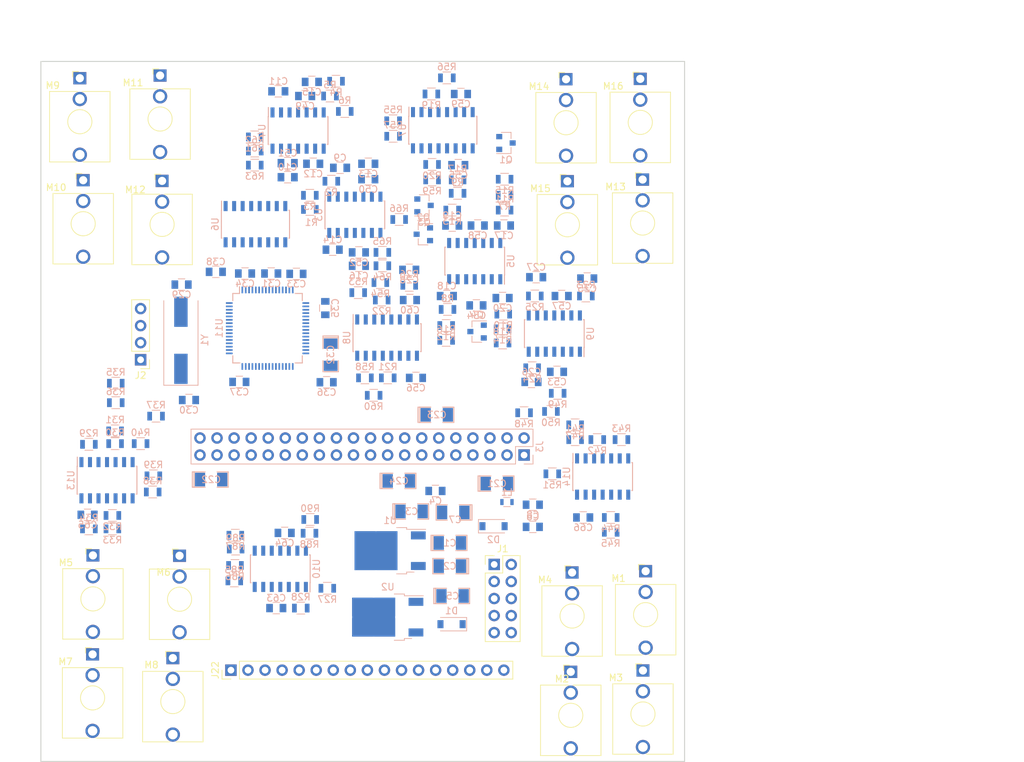
<source format=kicad_pcb>
(kicad_pcb (version 20171130) (host pcbnew 5.0.2+dfsg1-1)
  (layers (0 F.Cu signal) (31 B.Cu signal) (34 B.Paste user) (35 F.Paste user) (36 B.SilkS user) (37 F.SilkS user) (38 B.Mask user) (39 F.Mask user) (44 Edge.Cuts user))
  (net 0 "")
  (net 1 -12V)
  (net 2 "Net-(C1-Pad1)")
  (net 3 +12V)
  (net 4 5volts)
  (net 5 GND)
  (net 6 +3V3)
  (net 7 +3.3VA)
  (net 8 DAC5)
  (net 9 DAC7)
  (net 10 DAC1)
  (net 11 DAC3)
  (net 12 DAC2)
  (net 13 DAC4)
  (net 14 DAC6)
  (net 15 DAC8)
  (net 16 "Net-(C17-Pad1)")
  (net 17 "Net-(C17-Pad2)")
  (net 18 "Net-(C18-Pad2)")
  (net 19 "Net-(C18-Pad1)")
  (net 20 "Net-(C19-Pad2)")
  (net 21 "Net-(C19-Pad1)")
  (net 22 "Net-(C20-Pad2)")
  (net 23 "Net-(C20-Pad1)")
  (net 24 IN4)
  (net 25 "Net-(C21-Pad2)")
  (net 26 IN2)
  (net 27 "Net-(C22-Pad2)")
  (net 28 IN3)
  (net 29 "Net-(C23-Pad2)")
  (net 30 "Net-(C24-Pad2)")
  (net 31 IN1)
  (net 32 "Net-(C25-Pad1)")
  (net 33 OUT4TOMIX)
  (net 34 "Net-(C26-Pad1)")
  (net 35 OUT2TOMIX)
  (net 36 "Net-(C27-Pad1)")
  (net 37 OUT3TOMIX)
  (net 38 "Net-(C28-Pad1)")
  (net 39 OUT1TOMIX)
  (net 40 "Net-(C29-Pad1)")
  (net 41 "Net-(C30-Pad1)")
  (net 42 "Net-(C31-Pad1)")
  (net 43 "Net-(C32-Pad1)")
  (net 44 "Net-(D1-Pad1)")
  (net 45 "Net-(D2-Pad2)")
  (net 46 "Net-(J1-Pad3)")
  (net 47 /micro/SWDIO)
  (net 48 /micro/SWCLK)
  (net 49 ADC6)
  (net 50 C4)
  (net 51 ADC7)
  (net 52 B4)
  (net 53 F8)
  (net 54 F5)
  (net 55 F7)
  (net 56 F1)
  (net 57 C1)
  (net 58 ADC5)
  (net 59 ADC4)
  (net 60 Frec)
  (net 61 C3)
  (net 62 ADC0)
  (net 63 Fpush)
  (net 64 Fplay)
  (net 65 B3)
  (net 66 F6)
  (net 67 B1)
  (net 68 ADC1)
  (net 69 F4)
  (net 70 ADC3)
  (net 71 F2)
  (net 72 ADC2)
  (net 73 F3)
  (net 74 B2)
  (net 75 C2)
  (net 76 OUT4)
  (net 77 OUT3)
  (net 78 OUT2)
  (net 79 OUT1)
  (net 80 v4)
  (net 81 v3)
  (net 82 v2)
  (net 83 v1)
  (net 84 "Net-(Q1-Pad2)")
  (net 85 /euro_touch/c4)
  (net 86 /euro_touch/c2)
  (net 87 "Net-(Q2-Pad2)")
  (net 88 "Net-(Q3-Pad2)")
  (net 89 /euro_touch/c3)
  (net 90 /euro_touch/c1)
  (net 91 "Net-(Q4-Pad2)")
  (net 92 "Net-(R1-Pad2)")
  (net 93 "Net-(R2-Pad1)")
  (net 94 "Net-(R4-Pad2)")
  (net 95 "Net-(R5-Pad1)")
  (net 96 /euro_touch/o4)
  (net 97 /euro_touch/o2)
  (net 98 /euro_touch/o3)
  (net 99 /euro_touch/o1)
  (net 100 "Net-(R19-Pad2)")
  (net 101 "Net-(R20-Pad2)")
  (net 102 "Net-(R21-Pad2)")
  (net 103 "Net-(R22-Pad2)")
  (net 104 FR1)
  (net 105 "Net-(R35-Pad2)")
  (net 106 "Net-(R36-Pad2)")
  (net 107 FR2)
  (net 108 "Net-(R37-Pad2)")
  (net 109 FR3)
  (net 110 "Net-(R38-Pad2)")
  (net 111 FR4)
  (net 112 "Net-(R39-Pad2)")
  (net 113 rec)
  (net 114 "Net-(R40-Pad2)")
  (net 115 push)
  (net 116 "Net-(R47-Pad2)")
  (net 117 FR5)
  (net 118 "Net-(R48-Pad2)")
  (net 119 FR6)
  (net 120 FR7)
  (net 121 "Net-(R49-Pad2)")
  (net 122 "Net-(R50-Pad2)")
  (net 123 FR8)
  (net 124 "Net-(R51-Pad2)")
  (net 125 play)
  (net 126 "Net-(R53-Pad1)")
  (net 127 "Net-(R55-Pad1)")
  (net 128 "Net-(R57-Pad1)")
  (net 129 "Net-(R58-Pad1)")
  (net 130 "Net-(R61-Pad2)")
  (net 131 "Net-(R62-Pad1)")
  (net 132 "Net-(R64-Pad2)")
  (net 133 "Net-(R65-Pad1)")
  (net 134 SEL1)
  (net 135 SEL2)
  (net 136 SEL3)
  (net 137 EN_LOW1)
  (net 138 DAC)
  (module SMD_Packages:SMD-1206_Pol (layer B.Cu) (at 115.05 118.6)
    (fp_text reference C1 (at 0 0) (layer B.SilkS) (effects (justify mirror)))
    (fp_text value 10uF)
    (pad 2 smd rect (at 1.651 0) (size 1.524 2.032) (layers B.Cu B.Paste B.Mask) (net 1 -12V))
    (pad 1 smd rect (at -1.651 0) (size 1.524 2.032) (layers B.Cu B.Paste B.Mask) (net 2 "Net-(C1-Pad1)"))
  )
  (module SMD_Packages:SMD-1206_Pol (layer B.Cu) (at 115.05 122.05 180)
    (fp_text reference C2 (at 0 0 180) (layer B.SilkS) (effects (justify mirror)))
    (fp_text value 10uF)
    (pad 1 smd rect (at -1.651 0 180) (size 1.524 2.032) (layers B.Cu B.Paste B.Mask) (net 3 +12V))
    (pad 2 smd rect (at 1.651 0 180) (size 1.524 2.032) (layers B.Cu B.Paste B.Mask) (net 2 "Net-(C1-Pad1)"))
  )
  (module SMD_Packages:SMD-1206_Pol (layer B.Cu) (at 109.35 113.9)
    (fp_text reference C3 (at 0 0) (layer B.SilkS) (effects (justify mirror)))
    (fp_text value 10uF)
    (pad 1 smd rect (at -1.651 0) (size 1.524 2.032) (layers B.Cu B.Paste B.Mask) (net 4 5volts))
    (pad 2 smd rect (at 1.651 0) (size 1.524 2.032) (layers B.Cu B.Paste B.Mask) (net 5 GND))
  )
  (module Capacitors_SMD:C_0805 (layer B.Cu) (at 112.9 110.85)
    (fp_text reference C4 (at 0 1.5) (layer B.SilkS) (effects (justify mirror)))
    (fp_text value 100nF)
    (pad 2 smd rect (at 1 0) (size 1 1.25) (layers B.Cu B.Paste B.Mask) (net 5 GND))
    (pad 1 smd rect (at -1 0) (size 1 1.25) (layers B.Cu B.Paste B.Mask) (net 4 5volts))
  )
  (module SMD_Packages:SMD-1206_Pol (layer B.Cu) (at 115.45 126.5)
    (fp_text reference C5 (at 0 0) (layer B.SilkS) (effects (justify mirror)))
    (fp_text value 10uF)
    (pad 2 smd rect (at 1.651 0) (size 1.524 2.032) (layers B.Cu B.Paste B.Mask) (net 5 GND))
    (pad 1 smd rect (at -1.651 0) (size 1.524 2.032) (layers B.Cu B.Paste B.Mask) (net 6 +3V3))
  )
  (module Capacitors_SMD:C_0805 (layer B.Cu) (at 127.4 116.2 180)
    (fp_text reference C6 (at 0 1.5 180) (layer B.SilkS) (effects (justify mirror)))
    (fp_text value 100nF)
    (pad 1 smd rect (at -1 0 180) (size 1 1.25) (layers B.Cu B.Paste B.Mask) (net 6 +3V3))
    (pad 2 smd rect (at 1 0 180) (size 1 1.25) (layers B.Cu B.Paste B.Mask) (net 5 GND))
  )
  (module SMD_Packages:SMD-1206_Pol (layer B.Cu) (at 115.55 114.05 180)
    (fp_text reference C7 (at -0.289001 -1.081999 180) (layer B.SilkS) (effects (justify mirror)))
    (fp_text value 10uF)
    (pad 2 smd rect (at 1.651 0 180) (size 1.524 2.032) (layers B.Cu B.Paste B.Mask) (net 5 GND))
    (pad 1 smd rect (at -1.651 0 180) (size 1.524 2.032) (layers B.Cu B.Paste B.Mask) (net 7 +3.3VA))
  )
  (module Capacitors_SMD:C_0805 (layer B.Cu) (at 127.4 112.9)
    (fp_text reference C8 (at 0 1.5) (layer B.SilkS) (effects (justify mirror)))
    (fp_text value 100nF)
    (pad 2 smd rect (at 1 0) (size 1 1.25) (layers B.Cu B.Paste B.Mask) (net 5 GND))
    (pad 1 smd rect (at -1 0) (size 1 1.25) (layers B.Cu B.Paste B.Mask) (net 7 +3.3VA))
  )
  (module Capacitors_SMD:C_0805 (layer B.Cu) (at 98.7 62.7 180)
    (fp_text reference C9 (at 0 1.5 180) (layer B.SilkS) (effects (justify mirror)))
    (fp_text value 47nF)
    (pad 2 smd rect (at 1 0 180) (size 1 1.25) (layers B.Cu B.Paste B.Mask) (net 5 GND))
    (pad 1 smd rect (at -1 0 180) (size 1 1.25) (layers B.Cu B.Paste B.Mask) (net 8 DAC5))
  )
  (module Capacitors_SMD:C_0805 (layer B.Cu) (at 90.9 64.1 180)
    (fp_text reference C10 (at 0 1.5 180) (layer B.SilkS) (effects (justify mirror)))
    (fp_text value 47nF)
    (pad 1 smd rect (at -1 0 180) (size 1 1.25) (layers B.Cu B.Paste B.Mask) (net 9 DAC7))
    (pad 2 smd rect (at 1 0 180) (size 1 1.25) (layers B.Cu B.Paste B.Mask) (net 5 GND))
  )
  (module Capacitors_SMD:C_0805 (layer B.Cu) (at 89.5 51.3 180)
    (fp_text reference C11 (at 0 1.5 180) (layer B.SilkS) (effects (justify mirror)))
    (fp_text value 47nF)
    (pad 1 smd rect (at -1 0 180) (size 1 1.25) (layers B.Cu B.Paste B.Mask) (net 10 DAC1))
    (pad 2 smd rect (at 1 0 180) (size 1 1.25) (layers B.Cu B.Paste B.Mask) (net 5 GND))
  )
  (module Capacitors_SMD:C_0805 (layer B.Cu) (at 94.7 62.1)
    (fp_text reference C12 (at 0 1.5) (layer B.SilkS) (effects (justify mirror)))
    (fp_text value 47nF)
    (pad 1 smd rect (at -1 0) (size 1 1.25) (layers B.Cu B.Paste B.Mask) (net 11 DAC3))
    (pad 2 smd rect (at 1 0) (size 1 1.25) (layers B.Cu B.Paste B.Mask) (net 5 GND))
  )
  (module Capacitors_SMD:C_0805 (layer B.Cu) (at 102.9 62.1)
    (fp_text reference C13 (at 0 1.5) (layer B.SilkS) (effects (justify mirror)))
    (fp_text value 47nF)
    (pad 2 smd rect (at 1 0) (size 1 1.25) (layers B.Cu B.Paste B.Mask) (net 5 GND))
    (pad 1 smd rect (at -1 0) (size 1 1.25) (layers B.Cu B.Paste B.Mask) (net 12 DAC2))
  )
  (module Capacitors_SMD:C_0805 (layer B.Cu) (at 97.6 74.9 180)
    (fp_text reference C14 (at 0 1.5 180) (layer B.SilkS) (effects (justify mirror)))
    (fp_text value 47nF)
    (pad 1 smd rect (at -1 0 180) (size 1 1.25) (layers B.Cu B.Paste B.Mask) (net 13 DAC4))
    (pad 2 smd rect (at 1 0 180) (size 1 1.25) (layers B.Cu B.Paste B.Mask) (net 5 GND))
  )
  (module Capacitors_SMD:C_0805 (layer B.Cu) (at 94.5 49.9)
    (fp_text reference C15 (at 0 1.5) (layer B.SilkS) (effects (justify mirror)))
    (fp_text value 47nF)
    (pad 1 smd rect (at -1 0) (size 1 1.25) (layers B.Cu B.Paste B.Mask) (net 14 DAC6))
    (pad 2 smd rect (at 1 0) (size 1 1.25) (layers B.Cu B.Paste B.Mask) (net 5 GND))
  )
  (module Capacitors_SMD:C_0805 (layer B.Cu) (at 101.5 77.3)
    (fp_text reference C16 (at 0 1.5) (layer B.SilkS) (effects (justify mirror)))
    (fp_text value 47nF)
    (pad 2 smd rect (at 1 0) (size 1 1.25) (layers B.Cu B.Paste B.Mask) (net 5 GND))
    (pad 1 smd rect (at -1 0) (size 1 1.25) (layers B.Cu B.Paste B.Mask) (net 15 DAC8))
  )
  (module Capacitors_SMD:C_0805 (layer B.Cu) (at 123.1 71.3)
    (fp_text reference C17 (at 0 1.5) (layer B.SilkS) (effects (justify mirror)))
    (fp_text value 1N)
    (pad 1 smd rect (at -1 0) (size 1 1.25) (layers B.Cu B.Paste B.Mask) (net 16 "Net-(C17-Pad1)"))
    (pad 2 smd rect (at 1 0) (size 1 1.25) (layers B.Cu B.Paste B.Mask) (net 17 "Net-(C17-Pad2)"))
  )
  (module Capacitors_SMD:C_0805 (layer B.Cu) (at 114.6 81.8 180)
    (fp_text reference C18 (at 0 1.5 180) (layer B.SilkS) (effects (justify mirror)))
    (fp_text value 1N)
    (pad 2 smd rect (at 1 0 180) (size 1 1.25) (layers B.Cu B.Paste B.Mask) (net 18 "Net-(C18-Pad2)"))
    (pad 1 smd rect (at -1 0 180) (size 1 1.25) (layers B.Cu B.Paste B.Mask) (net 19 "Net-(C18-Pad1)"))
  )
  (module Capacitors_SMD:C_0805 (layer B.Cu) (at 115.4 71.3 180)
    (fp_text reference C19 (at 0 1.5 180) (layer B.SilkS) (effects (justify mirror)))
    (fp_text value 1N)
    (pad 2 smd rect (at 1 0 180) (size 1 1.25) (layers B.Cu B.Paste B.Mask) (net 20 "Net-(C19-Pad2)"))
    (pad 1 smd rect (at -1 0 180) (size 1 1.25) (layers B.Cu B.Paste B.Mask) (net 21 "Net-(C19-Pad1)"))
  )
  (module Capacitors_SMD:C_0805 (layer B.Cu) (at 122.9 82.1)
    (fp_text reference C20 (at 0 1.5) (layer B.SilkS) (effects (justify mirror)))
    (fp_text value 1N)
    (pad 2 smd rect (at 1 0) (size 1 1.25) (layers B.Cu B.Paste B.Mask) (net 22 "Net-(C20-Pad2)"))
    (pad 1 smd rect (at -1 0) (size 1 1.25) (layers B.Cu B.Paste B.Mask) (net 23 "Net-(C20-Pad1)"))
  )
  (module SMD_Packages:SMD-1206_Pol (layer B.Cu) (at 122.05 109.75)
    (fp_text reference C21 (at 0 0) (layer B.SilkS) (effects (justify mirror)))
    (fp_text value 4.7U)
    (pad 1 smd rect (at -1.651 0) (size 1.524 2.032) (layers B.Cu B.Paste B.Mask) (net 24 IN4))
    (pad 2 smd rect (at 1.651 0) (size 1.524 2.032) (layers B.Cu B.Paste B.Mask) (net 25 "Net-(C21-Pad2)"))
  )
  (module SMD_Packages:SMD-1206_Pol (layer B.Cu) (at 79.5 109.15)
    (fp_text reference C22 (at 0 0) (layer B.SilkS) (effects (justify mirror)))
    (fp_text value 4.7U)
    (pad 1 smd rect (at -1.651 0) (size 1.524 2.032) (layers B.Cu B.Paste B.Mask) (net 26 IN2))
    (pad 2 smd rect (at 1.651 0) (size 1.524 2.032) (layers B.Cu B.Paste B.Mask) (net 27 "Net-(C22-Pad2)"))
  )
  (module SMD_Packages:SMD-1206_Pol (layer B.Cu) (at 113.1 99.5)
    (fp_text reference C23 (at 0 0) (layer B.SilkS) (effects (justify mirror)))
    (fp_text value 4.7U)
    (pad 1 smd rect (at -1.651 0) (size 1.524 2.032) (layers B.Cu B.Paste B.Mask) (net 28 IN3))
    (pad 2 smd rect (at 1.651 0) (size 1.524 2.032) (layers B.Cu B.Paste B.Mask) (net 29 "Net-(C23-Pad2)"))
  )
  (module SMD_Packages:SMD-1206_Pol (layer B.Cu) (at 107.45 109.35)
    (fp_text reference C24 (at 0 0) (layer B.SilkS) (effects (justify mirror)))
    (fp_text value 4.7U)
    (pad 2 smd rect (at 1.651 0) (size 1.524 2.032) (layers B.Cu B.Paste B.Mask) (net 30 "Net-(C24-Pad2)"))
    (pad 1 smd rect (at -1.651 0) (size 1.524 2.032) (layers B.Cu B.Paste B.Mask) (net 31 IN1))
  )
  (module Capacitors_SMD:C_0805 (layer B.Cu) (at 135.5 79.2)
    (fp_text reference C25 (at 0 1.5) (layer B.SilkS) (effects (justify mirror)))
    (fp_text value 100P)
    (pad 1 smd rect (at -1 0) (size 1 1.25) (layers B.Cu B.Paste B.Mask) (net 32 "Net-(C25-Pad1)"))
    (pad 2 smd rect (at 1 0) (size 1 1.25) (layers B.Cu B.Paste B.Mask) (net 33 OUT4TOMIX))
  )
  (module Capacitors_SMD:C_0805 (layer B.Cu) (at 127.2 94.6 180)
    (fp_text reference C26 (at 0 1.5 180) (layer B.SilkS) (effects (justify mirror)))
    (fp_text value 100P)
    (pad 1 smd rect (at -1 0 180) (size 1 1.25) (layers B.Cu B.Paste B.Mask) (net 34 "Net-(C26-Pad1)"))
    (pad 2 smd rect (at 1 0 180) (size 1 1.25) (layers B.Cu B.Paste B.Mask) (net 35 OUT2TOMIX))
  )
  (module Capacitors_SMD:C_0805 (layer B.Cu) (at 127.9 79 180)
    (fp_text reference C27 (at 0 1.5 180) (layer B.SilkS) (effects (justify mirror)))
    (fp_text value 100P)
    (pad 1 smd rect (at -1 0 180) (size 1 1.25) (layers B.Cu B.Paste B.Mask) (net 36 "Net-(C27-Pad1)"))
    (pad 2 smd rect (at 1 0 180) (size 1 1.25) (layers B.Cu B.Paste B.Mask) (net 37 OUT3TOMIX))
  )
  (module Capacitors_SMD:C_0805 (layer B.Cu) (at 109 77.9)
    (fp_text reference C28 (at 0 1.5) (layer B.SilkS) (effects (justify mirror)))
    (fp_text value 100P)
    (pad 1 smd rect (at -1 0) (size 1 1.25) (layers B.Cu B.Paste B.Mask) (net 38 "Net-(C28-Pad1)"))
    (pad 2 smd rect (at 1 0) (size 1 1.25) (layers B.Cu B.Paste B.Mask) (net 39 OUT1TOMIX))
  )
  (module Capacitors_SMD:C_0805 (layer B.Cu) (at 75.1 80.1)
    (fp_text reference C29 (at 0 1.5) (layer B.SilkS) (effects (justify mirror)))
    (fp_text value 18pF)
    (pad 1 smd rect (at -1 0) (size 1 1.25) (layers B.Cu B.Paste B.Mask) (net 40 "Net-(C29-Pad1)"))
    (pad 2 smd rect (at 1 0) (size 1 1.25) (layers B.Cu B.Paste B.Mask) (net 5 GND))
  )
  (module Capacitors_SMD:C_0805 (layer B.Cu) (at 76.2 97.3)
    (fp_text reference C30 (at 0 1.5) (layer B.SilkS) (effects (justify mirror)))
    (fp_text value 18pF)
    (pad 2 smd rect (at 1 0) (size 1 1.25) (layers B.Cu B.Paste B.Mask) (net 5 GND))
    (pad 1 smd rect (at -1 0) (size 1 1.25) (layers B.Cu B.Paste B.Mask) (net 41 "Net-(C30-Pad1)"))
  )
  (module Capacitors_SMD:C_0805 (layer B.Cu) (at 88.45 78.45)
    (fp_text reference C31 (at 0 1.5) (layer B.SilkS) (effects (justify mirror)))
    (fp_text value 100nF)
    (pad 1 smd rect (at -1 0) (size 1 1.25) (layers B.Cu B.Paste B.Mask) (net 42 "Net-(C31-Pad1)"))
    (pad 2 smd rect (at 1 0) (size 1 1.25) (layers B.Cu B.Paste B.Mask) (net 5 GND))
  )
  (module SMD_Packages:SMD-1206_Pol (layer B.Cu) (at 97.3 90.55 270)
    (fp_text reference C32 (at 0 0 270) (layer B.SilkS) (effects (justify mirror)))
    (fp_text value 4.7uF)
    (pad 2 smd rect (at 1.651 0 270) (size 1.524 2.032) (layers B.Cu B.Paste B.Mask) (net 5 GND))
    (pad 1 smd rect (at -1.651 0 270) (size 1.524 2.032) (layers B.Cu B.Paste B.Mask) (net 43 "Net-(C32-Pad1)"))
  )
  (module Capacitors_SMD:C_0805 (layer B.Cu) (at 92.2 78.5)
    (fp_text reference C33 (at 0 1.5) (layer B.SilkS) (effects (justify mirror)))
    (fp_text value 100nF)
    (pad 1 smd rect (at -1 0) (size 1 1.25) (layers B.Cu B.Paste B.Mask) (net 7 +3.3VA))
    (pad 2 smd rect (at 1 0) (size 1 1.25) (layers B.Cu B.Paste B.Mask) (net 5 GND))
  )
  (module Capacitors_SMD:C_0805 (layer B.Cu) (at 84.55 78.45)
    (fp_text reference C34 (at 0 1.5) (layer B.SilkS) (effects (justify mirror)))
    (fp_text value 100nF)
    (pad 2 smd rect (at 1 0) (size 1 1.25) (layers B.Cu B.Paste B.Mask) (net 5 GND))
    (pad 1 smd rect (at -1 0) (size 1 1.25) (layers B.Cu B.Paste B.Mask) (net 6 +3V3))
  )
  (module Capacitors_SMD:C_0805 (layer B.Cu) (at 96.5 83.6 90)
    (fp_text reference C35 (at 0 1.5 90) (layer B.SilkS) (effects (justify mirror)))
    (fp_text value 100nF)
    (pad 1 smd rect (at -1 0 90) (size 1 1.25) (layers B.Cu B.Paste B.Mask) (net 6 +3V3))
    (pad 2 smd rect (at 1 0 90) (size 1 1.25) (layers B.Cu B.Paste B.Mask) (net 5 GND))
  )
  (module Capacitors_SMD:C_0805 (layer B.Cu) (at 96.7 94.65)
    (fp_text reference C36 (at 0 1.5) (layer B.SilkS) (effects (justify mirror)))
    (fp_text value 100nF)
    (pad 2 smd rect (at 1 0) (size 1 1.25) (layers B.Cu B.Paste B.Mask) (net 5 GND))
    (pad 1 smd rect (at -1 0) (size 1 1.25) (layers B.Cu B.Paste B.Mask) (net 6 +3V3))
  )
  (module Capacitors_SMD:C_0805 (layer B.Cu) (at 83.7 94.6)
    (fp_text reference C37 (at 0 1.5) (layer B.SilkS) (effects (justify mirror)))
    (fp_text value 100nF)
    (pad 1 smd rect (at -1 0) (size 1 1.25) (layers B.Cu B.Paste B.Mask) (net 6 +3V3))
    (pad 2 smd rect (at 1 0) (size 1 1.25) (layers B.Cu B.Paste B.Mask) (net 5 GND))
  )
  (module Capacitors_SMD:C_0805 (layer B.Cu) (at 80.2 78.2 180)
    (fp_text reference C38 (at 0 1.5 180) (layer B.SilkS) (effects (justify mirror)))
    (fp_text value 100nF)
    (pad 2 smd rect (at 1 0 180) (size 1 1.25) (layers B.Cu B.Paste B.Mask) (net 5 GND))
    (pad 1 smd rect (at -1 0 180) (size 1 1.25) (layers B.Cu B.Paste B.Mask) (net 6 +3V3))
  )
  (module Capacitors_SMD:C_0805 (layer B.Cu) (at 93.5 52)
    (fp_text reference C49 (at 0 1.5) (layer B.SilkS) (effects (justify mirror)))
    (fp_text value 100nF)
    (pad 2 smd rect (at 1 0) (size 1 1.25) (layers B.Cu B.Paste B.Mask) (net 5 GND))
    (pad 1 smd rect (at -1 0) (size 1 1.25) (layers B.Cu B.Paste B.Mask) (net 3 +12V))
  )
  (module Capacitors_SMD:C_0805 (layer B.Cu) (at 102.9 64.4)
    (fp_text reference C50 (at 0 1.5) (layer B.SilkS) (effects (justify mirror)))
    (fp_text value 100nF)
    (pad 2 smd rect (at 1 0) (size 1 1.25) (layers B.Cu B.Paste B.Mask) (net 5 GND))
    (pad 1 smd rect (at -1 0) (size 1 1.25) (layers B.Cu B.Paste B.Mask) (net 3 +12V))
  )
  (module Capacitors_SMD:C_0805 (layer B.Cu) (at 90.9 62 180)
    (fp_text reference C51 (at 0 1.5 180) (layer B.SilkS) (effects (justify mirror)))
    (fp_text value 100nF)
    (pad 1 smd rect (at -1 0 180) (size 1 1.25) (layers B.Cu B.Paste B.Mask) (net 1 -12V))
    (pad 2 smd rect (at 1 0 180) (size 1 1.25) (layers B.Cu B.Paste B.Mask) (net 5 GND))
  )
  (module Capacitors_SMD:C_0805 (layer B.Cu) (at 101.5 75.3)
    (fp_text reference C52 (at 0 1.5) (layer B.SilkS) (effects (justify mirror)))
    (fp_text value 100nF)
    (pad 1 smd rect (at -1 0) (size 1 1.25) (layers B.Cu B.Paste B.Mask) (net 1 -12V))
    (pad 2 smd rect (at 1 0) (size 1 1.25) (layers B.Cu B.Paste B.Mask) (net 5 GND))
  )
  (module Capacitors_SMD:C_0805 (layer B.Cu) (at 131 93.1)
    (fp_text reference C53 (at 0 1.5) (layer B.SilkS) (effects (justify mirror)))
    (fp_text value 100nF)
    (pad 2 smd rect (at 1 0) (size 1 1.25) (layers B.Cu B.Paste B.Mask) (net 5 GND))
    (pad 1 smd rect (at -1 0) (size 1 1.25) (layers B.Cu B.Paste B.Mask) (net 3 +12V))
  )
  (module Capacitors_SMD:C_0805 (layer B.Cu) (at 119 83.2)
    (fp_text reference C54 (at 0 1.5) (layer B.SilkS) (effects (justify mirror)))
    (fp_text value 100nF)
    (pad 1 smd rect (at -1 0) (size 1 1.25) (layers B.Cu B.Paste B.Mask) (net 3 +12V))
    (pad 2 smd rect (at 1 0) (size 1 1.25) (layers B.Cu B.Paste B.Mask) (net 5 GND))
  )
  (module Capacitors_SMD:C_0805 (layer B.Cu) (at 116.3 62.3)
    (fp_text reference C55 (at 0 1.5) (layer B.SilkS) (effects (justify mirror)))
    (fp_text value 100nF)
    (pad 1 smd rect (at -1 0) (size 1 1.25) (layers B.Cu B.Paste B.Mask) (net 3 +12V))
    (pad 2 smd rect (at 1 0) (size 1 1.25) (layers B.Cu B.Paste B.Mask) (net 5 GND))
  )
  (module Capacitors_SMD:C_0805 (layer B.Cu) (at 110 94)
    (fp_text reference C56 (at 0 1.5) (layer B.SilkS) (effects (justify mirror)))
    (fp_text value 100nF)
    (pad 1 smd rect (at -1 0) (size 1 1.25) (layers B.Cu B.Paste B.Mask) (net 3 +12V))
    (pad 2 smd rect (at 1 0) (size 1 1.25) (layers B.Cu B.Paste B.Mask) (net 5 GND))
  )
  (module Capacitors_SMD:C_0805 (layer B.Cu) (at 131.7 81.8)
    (fp_text reference C57 (at 0 1.5) (layer B.SilkS) (effects (justify mirror)))
    (fp_text value 100nF)
    (pad 2 smd rect (at 1 0) (size 1 1.25) (layers B.Cu B.Paste B.Mask) (net 5 GND))
    (pad 1 smd rect (at -1 0) (size 1 1.25) (layers B.Cu B.Paste B.Mask) (net 1 -12V))
  )
  (module Capacitors_SMD:C_0805 (layer B.Cu) (at 119.2 71.3)
    (fp_text reference C58 (at 0 1.5) (layer B.SilkS) (effects (justify mirror)))
    (fp_text value 100nF)
    (pad 2 smd rect (at 1 0) (size 1 1.25) (layers B.Cu B.Paste B.Mask) (net 5 GND))
    (pad 1 smd rect (at -1 0) (size 1 1.25) (layers B.Cu B.Paste B.Mask) (net 1 -12V))
  )
  (module Capacitors_SMD:C_0805 (layer B.Cu) (at 116.7 51.7)
    (fp_text reference C59 (at 0 1.5) (layer B.SilkS) (effects (justify mirror)))
    (fp_text value 100nF)
    (pad 2 smd rect (at 1 0) (size 1 1.25) (layers B.Cu B.Paste B.Mask) (net 5 GND))
    (pad 1 smd rect (at -1 0) (size 1 1.25) (layers B.Cu B.Paste B.Mask) (net 1 -12V))
  )
  (module Capacitors_SMD:C_0805 (layer B.Cu) (at 109.1 82.4)
    (fp_text reference C60 (at 0 1.5) (layer B.SilkS) (effects (justify mirror)))
    (fp_text value 100nF)
    (pad 2 smd rect (at 1 0) (size 1 1.25) (layers B.Cu B.Paste B.Mask) (net 5 GND))
    (pad 1 smd rect (at -1 0) (size 1 1.25) (layers B.Cu B.Paste B.Mask) (net 1 -12V))
  )
  (module Capacitors_SMD:C_0805 (layer B.Cu) (at 89.2 128.3 180)
    (fp_text reference C63 (at 0 1.5 180) (layer B.SilkS) (effects (justify mirror)))
    (fp_text value 100nF)
    (pad 2 smd rect (at 1 0 180) (size 1 1.25) (layers B.Cu B.Paste B.Mask) (net 5 GND))
    (pad 1 smd rect (at -1 0 180) (size 1 1.25) (layers B.Cu B.Paste B.Mask) (net 3 +12V))
  )
  (module Capacitors_SMD:C_0805 (layer B.Cu) (at 90.45 117.1)
    (fp_text reference C64 (at 0 1.5) (layer B.SilkS) (effects (justify mirror)))
    (fp_text value 100nF)
    (pad 2 smd rect (at 1 0) (size 1 1.25) (layers B.Cu B.Paste B.Mask) (net 5 GND))
    (pad 1 smd rect (at -1 0) (size 1 1.25) (layers B.Cu B.Paste B.Mask) (net 1 -12V))
  )
  (module Capacitors_SMD:C_0805 (layer B.Cu) (at 61.1 114.4)
    (fp_text reference C65 (at 0 1.5) (layer B.SilkS) (effects (justify mirror)))
    (fp_text value 100nF)
    (pad 1 smd rect (at -1 0) (size 1 1.25) (layers B.Cu B.Paste B.Mask) (net 6 +3V3))
    (pad 2 smd rect (at 1 0) (size 1 1.25) (layers B.Cu B.Paste B.Mask) (net 5 GND))
  )
  (module Capacitors_SMD:C_0805 (layer B.Cu) (at 134.9 114.8)
    (fp_text reference C66 (at 0 1.5) (layer B.SilkS) (effects (justify mirror)))
    (fp_text value 100nF)
    (pad 2 smd rect (at 1 0) (size 1 1.25) (layers B.Cu B.Paste B.Mask) (net 5 GND))
    (pad 1 smd rect (at -1 0) (size 1 1.25) (layers B.Cu B.Paste B.Mask) (net 6 +3V3))
  )
  (module Diodes_SMD:D_SOD-123 (layer B.Cu) (at 115.3 130.7 180)
    (fp_text reference D1 (at 0 2 180) (layer B.SilkS) (effects (justify mirror)))
    (fp_text value D)
    (pad 2 smd rect (at 1.65 0 180) (size 0.9 1.2) (layers B.Cu B.Paste B.Mask) (net 1 -12V))
    (pad 1 smd rect (at -1.65 0 180) (size 0.9 1.2) (layers B.Cu B.Paste B.Mask) (net 44 "Net-(D1-Pad1)"))
  )
  (module Diodes_SMD:D_SOD-123 (layer B.Cu) (at 121.55 116.1)
    (fp_text reference D2 (at 0 2) (layer B.SilkS) (effects (justify mirror)))
    (fp_text value D)
    (pad 1 smd rect (at -1.65 0) (size 0.9 1.2) (layers B.Cu B.Paste B.Mask) (net 3 +12V))
    (pad 2 smd rect (at 1.65 0) (size 0.9 1.2) (layers B.Cu B.Paste B.Mask) (net 45 "Net-(D2-Pad2)"))
  )
  (module Pin_Headers:Pin_Header_Straight_2x05_Pitch2.54mm (layer F.Cu) (at 121.65 121.8)
    (fp_text reference J1 (at 1.27 -2.33) (layer F.SilkS))
    (fp_text value Conn_02x05_Odd_Even)
    (pad 1 thru_hole rect (at 0 0) (size 1.7 1.7) (drill 1) (layers *.Cu *.Mask) (net 45 "Net-(D2-Pad2)"))
    (pad 2 thru_hole oval (at 2.54 0) (size 1.7 1.7) (drill 1) (layers *.Cu *.Mask) (net 45 "Net-(D2-Pad2)"))
    (pad 3 thru_hole oval (at 0 2.54) (size 1.7 1.7) (drill 1) (layers *.Cu *.Mask) (net 46 "Net-(J1-Pad3)"))
    (pad 4 thru_hole oval (at 2.54 2.54) (size 1.7 1.7) (drill 1) (layers *.Cu *.Mask) (net 5 GND))
    (pad 5 thru_hole oval (at 0 5.08) (size 1.7 1.7) (drill 1) (layers *.Cu *.Mask) (net 46 "Net-(J1-Pad3)"))
    (pad 6 thru_hole oval (at 2.54 5.08) (size 1.7 1.7) (drill 1) (layers *.Cu *.Mask) (net 5 GND))
    (pad 7 thru_hole oval (at 0 7.62) (size 1.7 1.7) (drill 1) (layers *.Cu *.Mask) (net 46 "Net-(J1-Pad3)"))
    (pad 8 thru_hole oval (at 2.54 7.62) (size 1.7 1.7) (drill 1) (layers *.Cu *.Mask) (net 5 GND))
    (pad 9 thru_hole oval (at 0 10.16) (size 1.7 1.7) (drill 1) (layers *.Cu *.Mask) (net 44 "Net-(D1-Pad1)"))
    (pad 10 thru_hole oval (at 2.54 10.16) (size 1.7 1.7) (drill 1) (layers *.Cu *.Mask) (net 44 "Net-(D1-Pad1)"))
  )
  (module Pin_Headers:Pin_Header_Straight_1x04_Pitch2.54mm (layer F.Cu) (at 69 91.3 180)
    (fp_text reference J2 (at 0 -2.33 180) (layer F.SilkS))
    (fp_text value prog)
    (pad 1 thru_hole rect (at 0 0 180) (size 1.7 1.7) (drill 1) (layers *.Cu *.Mask) (net 5 GND))
    (pad 2 thru_hole oval (at 0 2.54 180) (size 1.7 1.7) (drill 1) (layers *.Cu *.Mask) (net 47 /micro/SWDIO))
    (pad 3 thru_hole oval (at 0 5.08 180) (size 1.7 1.7) (drill 1) (layers *.Cu *.Mask) (net 48 /micro/SWCLK))
    (pad 4 thru_hole oval (at 0 7.62 180) (size 1.7 1.7) (drill 1) (layers *.Cu *.Mask) (net 6 +3V3))
  )
  (module Pin_Headers:Pin_Header_Straight_2x20_Pitch2.54mm (layer B.Cu) (at 126.1 105.5 90)
    (fp_text reference J3 (at 1.27 2.33 90) (layer B.SilkS) (effects (justify mirror)))
    (fp_text value Conn_02x20_Counter_Clockwise)
    (pad 1 thru_hole rect (at 0 0 90) (size 1.7 1.7) (drill 1) (layers *.Cu *.Mask) (net 49 ADC6))
    (pad 2 thru_hole oval (at 2.54 0 90) (size 1.7 1.7) (drill 1) (layers *.Cu *.Mask) (net 50 C4))
    (pad 3 thru_hole oval (at 0 -2.54 90) (size 1.7 1.7) (drill 1) (layers *.Cu *.Mask) (net 51 ADC7))
    (pad 4 thru_hole oval (at 2.54 -2.54 90) (size 1.7 1.7) (drill 1) (layers *.Cu *.Mask) (net 52 B4))
    (pad 5 thru_hole oval (at 0 -5.08 90) (size 1.7 1.7) (drill 1) (layers *.Cu *.Mask) (net 24 IN4))
    (pad 6 thru_hole oval (at 2.54 -5.08 90) (size 1.7 1.7) (drill 1) (layers *.Cu *.Mask) (net 53 F8))
    (pad 7 thru_hole oval (at 0 -7.62 90) (size 1.7 1.7) (drill 1) (layers *.Cu *.Mask) (net 7 +3.3VA))
    (pad 8 thru_hole oval (at 2.54 -7.62 90) (size 1.7 1.7) (drill 1) (layers *.Cu *.Mask) (net 5 GND))
    (pad 9 thru_hole oval (at 0 -10.16 90) (size 1.7 1.7) (drill 1) (layers *.Cu *.Mask) (net 5 GND))
    (pad 10 thru_hole oval (at 2.54 -10.16 90) (size 1.7 1.7) (drill 1) (layers *.Cu *.Mask) (net 54 F5))
    (pad 11 thru_hole oval (at 0 -12.7 90) (size 1.7 1.7) (drill 1) (layers *.Cu *.Mask) (net 55 F7))
    (pad 12 thru_hole oval (at 2.54 -12.7 90) (size 1.7 1.7) (drill 1) (layers *.Cu *.Mask) (net 7 +3.3VA))
    (pad 13 thru_hole oval (at 0 -15.24 90) (size 1.7 1.7) (drill 1) (layers *.Cu *.Mask) (net 56 F1))
    (pad 14 thru_hole oval (at 2.54 -15.24 90) (size 1.7 1.7) (drill 1) (layers *.Cu *.Mask) (net 28 IN3))
    (pad 15 thru_hole oval (at 0 -17.78 90) (size 1.7 1.7) (drill 1) (layers *.Cu *.Mask) (net 57 C1))
    (pad 16 thru_hole oval (at 2.54 -17.78 90) (size 1.7 1.7) (drill 1) (layers *.Cu *.Mask) (net 58 ADC5))
    (pad 17 thru_hole oval (at 0 -20.32 90) (size 1.7 1.7) (drill 1) (layers *.Cu *.Mask) (net 31 IN1))
    (pad 18 thru_hole oval (at 2.54 -20.32 90) (size 1.7 1.7) (drill 1) (layers *.Cu *.Mask) (net 59 ADC4))
    (pad 19 thru_hole oval (at 0 -22.86 90) (size 1.7 1.7) (drill 1) (layers *.Cu *.Mask) (net 60 Frec))
    (pad 20 thru_hole oval (at 2.54 -22.86 90) (size 1.7 1.7) (drill 1) (layers *.Cu *.Mask) (net 61 C3))
    (pad 21 thru_hole oval (at 0 -25.4 90) (size 1.7 1.7) (drill 1) (layers *.Cu *.Mask) (net 62 ADC0))
    (pad 22 thru_hole oval (at 2.54 -25.4 90) (size 1.7 1.7) (drill 1) (layers *.Cu *.Mask) (net 63 Fpush))
    (pad 23 thru_hole oval (at 0 -27.94 90) (size 1.7 1.7) (drill 1) (layers *.Cu *.Mask) (net 64 Fplay))
    (pad 24 thru_hole oval (at 2.54 -27.94 90) (size 1.7 1.7) (drill 1) (layers *.Cu *.Mask) (net 65 B3))
    (pad 25 thru_hole oval (at 0 -30.48 90) (size 1.7 1.7) (drill 1) (layers *.Cu *.Mask) (net 7 +3.3VA))
    (pad 26 thru_hole oval (at 2.54 -30.48 90) (size 1.7 1.7) (drill 1) (layers *.Cu *.Mask) (net 66 F6))
    (pad 27 thru_hole oval (at 0 -33.02 90) (size 1.7 1.7) (drill 1) (layers *.Cu *.Mask) (net 67 B1))
    (pad 28 thru_hole oval (at 2.54 -33.02 90) (size 1.7 1.7) (drill 1) (layers *.Cu *.Mask) (net 5 GND))
    (pad 29 thru_hole oval (at 0 -35.56 90) (size 1.7 1.7) (drill 1) (layers *.Cu *.Mask) (net 68 ADC1))
    (pad 30 thru_hole oval (at 2.54 -35.56 90) (size 1.7 1.7) (drill 1) (layers *.Cu *.Mask) (net 69 F4))
    (pad 31 thru_hole oval (at 0 -38.1 90) (size 1.7 1.7) (drill 1) (layers *.Cu *.Mask) (net 7 +3.3VA))
    (pad 32 thru_hole oval (at 2.54 -38.1 90) (size 1.7 1.7) (drill 1) (layers *.Cu *.Mask) (net 7 +3.3VA))
    (pad 33 thru_hole oval (at 0 -40.64 90) (size 1.7 1.7) (drill 1) (layers *.Cu *.Mask) (net 5 GND))
    (pad 34 thru_hole oval (at 2.54 -40.64 90) (size 1.7 1.7) (drill 1) (layers *.Cu *.Mask) (net 70 ADC3))
    (pad 35 thru_hole oval (at 0 -43.18 90) (size 1.7 1.7) (drill 1) (layers *.Cu *.Mask) (net 71 F2))
    (pad 36 thru_hole oval (at 2.54 -43.18 90) (size 1.7 1.7) (drill 1) (layers *.Cu *.Mask) (net 72 ADC2))
    (pad 37 thru_hole oval (at 0 -45.72 90) (size 1.7 1.7) (drill 1) (layers *.Cu *.Mask) (net 73 F3))
    (pad 38 thru_hole oval (at 2.54 -45.72 90) (size 1.7 1.7) (drill 1) (layers *.Cu *.Mask) (net 74 B2))
    (pad 39 thru_hole oval (at 0 -48.26 90) (size 1.7 1.7) (drill 1) (layers *.Cu *.Mask) (net 26 IN2))
    (pad 40 thru_hole oval (at 2.54 -48.26 90) (size 1.7 1.7) (drill 1) (layers *.Cu *.Mask) (net 75 C2))
  )
  (module Pin_Headers:Pin_Header_Straight_1x17_Pitch2.54mm (layer F.Cu) (at 82.45 137.55 90)
    (fp_text reference J22 (at 0 -2.33 90) (layer F.SilkS))
    (fp_text value Conn_01x17)
    (pad 1 thru_hole rect (at 0 0 90) (size 1.7 1.7) (drill 1) (layers *.Cu *.Mask) (net 5 GND))
    (pad 2 thru_hole oval (at 0 2.54 90) (size 1.7 1.7) (drill 1) (layers *.Cu *.Mask) (net 50 C4))
    (pad 3 thru_hole oval (at 0 5.08 90) (size 1.7 1.7) (drill 1) (layers *.Cu *.Mask) (net 61 C3))
    (pad 4 thru_hole oval (at 0 7.62 90) (size 1.7 1.7) (drill 1) (layers *.Cu *.Mask) (net 75 C2))
    (pad 5 thru_hole oval (at 0 10.16 90) (size 1.7 1.7) (drill 1) (layers *.Cu *.Mask) (net 57 C1))
    (pad 6 thru_hole oval (at 0 12.7 90) (size 1.7 1.7) (drill 1) (layers *.Cu *.Mask) (net 76 OUT4))
    (pad 7 thru_hole oval (at 0 15.24 90) (size 1.7 1.7) (drill 1) (layers *.Cu *.Mask) (net 77 OUT3))
    (pad 8 thru_hole oval (at 0 17.78 90) (size 1.7 1.7) (drill 1) (layers *.Cu *.Mask) (net 78 OUT2))
    (pad 9 thru_hole oval (at 0 20.32 90) (size 1.7 1.7) (drill 1) (layers *.Cu *.Mask) (net 79 OUT1))
    (pad 10 thru_hole oval (at 0 22.86 90) (size 1.7 1.7) (drill 1) (layers *.Cu *.Mask) (net 24 IN4))
    (pad 11 thru_hole oval (at 0 25.4 90) (size 1.7 1.7) (drill 1) (layers *.Cu *.Mask) (net 28 IN3))
    (pad 12 thru_hole oval (at 0 27.94 90) (size 1.7 1.7) (drill 1) (layers *.Cu *.Mask) (net 26 IN2))
    (pad 13 thru_hole oval (at 0 30.48 90) (size 1.7 1.7) (drill 1) (layers *.Cu *.Mask) (net 31 IN1))
    (pad 14 thru_hole oval (at 0 33.02 90) (size 1.7 1.7) (drill 1) (layers *.Cu *.Mask) (net 80 v4))
    (pad 15 thru_hole oval (at 0 35.56 90) (size 1.7 1.7) (drill 1) (layers *.Cu *.Mask) (net 81 v3))
    (pad 16 thru_hole oval (at 0 38.1 90) (size 1.7 1.7) (drill 1) (layers *.Cu *.Mask) (net 82 v2))
    (pad 17 thru_hole oval (at 0 40.64 90) (size 1.7 1.7) (drill 1) (layers *.Cu *.Mask) (net 83 v1))
  )
  (module Resistors_SMD:R_0603 (layer B.Cu) (at 123.55 112.5 180)
    (fp_text reference L1 (at 0 1.45 180) (layer B.SilkS) (effects (justify mirror)))
    (fp_text value INDUCTOR)
    (pad 1 smd rect (at -0.75 0 180) (size 0.5 0.9) (layers B.Cu B.Paste B.Mask) (net 6 +3V3))
    (pad 2 smd rect (at 0.75 0 180) (size 0.5 0.9) (layers B.Cu B.Paste B.Mask) (net 7 +3.3VA))
  )
  (module TO_SOT_Packages_SMD:SOT-23 (layer B.Cu) (at 123.4 59)
    (fp_text reference Q1 (at 0 2.5) (layer B.SilkS) (effects (justify mirror)))
    (fp_text value Q_PNP_BEC)
    (pad 1 smd rect (at -1 0.95) (size 0.9 0.8) (layers B.Cu B.Paste B.Mask) (net 17 "Net-(C17-Pad2)"))
    (pad 2 smd rect (at -1 -0.95) (size 0.9 0.8) (layers B.Cu B.Paste B.Mask) (net 84 "Net-(Q1-Pad2)"))
    (pad 3 smd rect (at 1 0) (size 0.9 0.8) (layers B.Cu B.Paste B.Mask) (net 85 /euro_touch/c4))
  )
  (module TO_SOT_Packages_SMD:SOT-23 (layer B.Cu) (at 111.1 72.6 180)
    (fp_text reference Q2 (at 0 2.5 180) (layer B.SilkS) (effects (justify mirror)))
    (fp_text value Q_PNP_BEC)
    (pad 3 smd rect (at 1 0 180) (size 0.9 0.8) (layers B.Cu B.Paste B.Mask) (net 86 /euro_touch/c2))
    (pad 2 smd rect (at -1 -0.95 180) (size 0.9 0.8) (layers B.Cu B.Paste B.Mask) (net 87 "Net-(Q2-Pad2)"))
    (pad 1 smd rect (at -1 0.95 180) (size 0.9 0.8) (layers B.Cu B.Paste B.Mask) (net 18 "Net-(C18-Pad2)"))
  )
  (module TO_SOT_Packages_SMD:SOT-23 (layer B.Cu) (at 111.2 68.3)
    (fp_text reference Q3 (at 0 2.5) (layer B.SilkS) (effects (justify mirror)))
    (fp_text value Q_PNP_BEC)
    (pad 1 smd rect (at -1 0.95) (size 0.9 0.8) (layers B.Cu B.Paste B.Mask) (net 20 "Net-(C19-Pad2)"))
    (pad 2 smd rect (at -1 -0.95) (size 0.9 0.8) (layers B.Cu B.Paste B.Mask) (net 88 "Net-(Q3-Pad2)"))
    (pad 3 smd rect (at 1 0) (size 0.9 0.8) (layers B.Cu B.Paste B.Mask) (net 89 /euro_touch/c3))
  )
  (module TO_SOT_Packages_SMD:SOT-23 (layer B.Cu) (at 119.1 87.1 180)
    (fp_text reference Q4 (at 0 2.5 180) (layer B.SilkS) (effects (justify mirror)))
    (fp_text value Q_PNP_BEC)
    (pad 3 smd rect (at 1 0 180) (size 0.9 0.8) (layers B.Cu B.Paste B.Mask) (net 90 /euro_touch/c1))
    (pad 2 smd rect (at -1 -0.95 180) (size 0.9 0.8) (layers B.Cu B.Paste B.Mask) (net 91 "Net-(Q4-Pad2)"))
    (pad 1 smd rect (at -1 0.95 180) (size 0.9 0.8) (layers B.Cu B.Paste B.Mask) (net 22 "Net-(C20-Pad2)"))
  )
  (module Resistors_SMD:R_0805 (layer B.Cu) (at 94.2 68.9)
    (fp_text reference R1 (at 0.224999 1.940001) (layer B.SilkS) (effects (justify mirror)))
    (fp_text value 1K)
    (pad 1 smd rect (at -0.95 0) (size 0.7 1.3) (layers B.Cu B.Paste B.Mask) (net 5 GND))
    (pad 2 smd rect (at 0.95 0) (size 0.7 1.3) (layers B.Cu B.Paste B.Mask) (net 92 "Net-(R1-Pad2)"))
  )
  (module Resistors_SMD:R_0805 (layer B.Cu) (at 97.4 64.7)
    (fp_text reference R2 (at 0 1.65) (layer B.SilkS) (effects (justify mirror)))
    (fp_text value 1K)
    (pad 1 smd rect (at -0.95 0) (size 0.7 1.3) (layers B.Cu B.Paste B.Mask) (net 93 "Net-(R2-Pad1)"))
    (pad 2 smd rect (at 0.95 0) (size 0.7 1.3) (layers B.Cu B.Paste B.Mask) (net 92 "Net-(R1-Pad2)"))
  )
  (module Resistors_SMD:R_0805 (layer B.Cu) (at 94.2 66.8)
    (fp_text reference R3 (at 0 1.65) (layer B.SilkS) (effects (justify mirror)))
    (fp_text value 1K)
    (pad 2 smd rect (at 0.95 0) (size 0.7 1.3) (layers B.Cu B.Paste B.Mask) (net 93 "Net-(R2-Pad1)"))
    (pad 1 smd rect (at -0.95 0) (size 0.7 1.3) (layers B.Cu B.Paste B.Mask) (net 83 v1))
  )
  (module Resistors_SMD:R_0805 (layer B.Cu) (at 98.1 49.8)
    (fp_text reference R4 (at 0 1.65) (layer B.SilkS) (effects (justify mirror)))
    (fp_text value 1K)
    (pad 1 smd rect (at -0.95 0) (size 0.7 1.3) (layers B.Cu B.Paste B.Mask) (net 5 GND))
    (pad 2 smd rect (at 0.95 0) (size 0.7 1.3) (layers B.Cu B.Paste B.Mask) (net 94 "Net-(R4-Pad2)"))
  )
  (module Resistors_SMD:R_0805 (layer B.Cu) (at 97.2 52 180)
    (fp_text reference R5 (at 0 1.65 180) (layer B.SilkS) (effects (justify mirror)))
    (fp_text value 1K)
    (pad 2 smd rect (at 0.95 0 180) (size 0.7 1.3) (layers B.Cu B.Paste B.Mask) (net 94 "Net-(R4-Pad2)"))
    (pad 1 smd rect (at -0.95 0 180) (size 0.7 1.3) (layers B.Cu B.Paste B.Mask) (net 95 "Net-(R5-Pad1)"))
  )
  (module Resistors_SMD:R_0805 (layer B.Cu) (at 99.4 54.3 180)
    (fp_text reference R6 (at 0 1.65 180) (layer B.SilkS) (effects (justify mirror)))
    (fp_text value 1K)
    (pad 1 smd rect (at -0.95 0 180) (size 0.7 1.3) (layers B.Cu B.Paste B.Mask) (net 82 v2))
    (pad 2 smd rect (at 0.95 0 180) (size 0.7 1.3) (layers B.Cu B.Paste B.Mask) (net 95 "Net-(R5-Pad1)"))
  )
  (module Resistors_SMD:R_0805 (layer B.Cu) (at 123.2 66.8)
    (fp_text reference R7 (at 0 1.65) (layer B.SilkS) (effects (justify mirror)))
    (fp_text value 220k)
    (pad 1 smd rect (at -0.95 0) (size 0.7 1.3) (layers B.Cu B.Paste B.Mask) (net 16 "Net-(C17-Pad1)"))
    (pad 2 smd rect (at 0.95 0) (size 0.7 1.3) (layers B.Cu B.Paste B.Mask) (net 96 /euro_touch/o4))
  )
  (module Resistors_SMD:R_0805 (layer B.Cu) (at 114.7 83.8 180)
    (fp_text reference R8 (at 0 1.65 180) (layer B.SilkS) (effects (justify mirror)))
    (fp_text value 220k)
    (pad 1 smd rect (at -0.95 0 180) (size 0.7 1.3) (layers B.Cu B.Paste B.Mask) (net 19 "Net-(C18-Pad1)"))
    (pad 2 smd rect (at 0.95 0 180) (size 0.7 1.3) (layers B.Cu B.Paste B.Mask) (net 97 /euro_touch/o2))
  )
  (module Resistors_SMD:R_0805 (layer B.Cu) (at 116.2 66.5 180)
    (fp_text reference R9 (at 0 1.65 180) (layer B.SilkS) (effects (justify mirror)))
    (fp_text value 220k)
    (pad 2 smd rect (at 0.95 0 180) (size 0.7 1.3) (layers B.Cu B.Paste B.Mask) (net 98 /euro_touch/o3))
    (pad 1 smd rect (at -0.95 0 180) (size 0.7 1.3) (layers B.Cu B.Paste B.Mask) (net 21 "Net-(C19-Pad1)"))
  )
  (module Resistors_SMD:R_0805 (layer B.Cu) (at 123 84.5)
    (fp_text reference R10 (at 0 1.65) (layer B.SilkS) (effects (justify mirror)))
    (fp_text value 220K)
    (pad 2 smd rect (at 0.95 0) (size 0.7 1.3) (layers B.Cu B.Paste B.Mask) (net 99 /euro_touch/o1))
    (pad 1 smd rect (at -0.95 0) (size 0.7 1.3) (layers B.Cu B.Paste B.Mask) (net 23 "Net-(C20-Pad1)"))
  )
  (module Resistors_SMD:R_0805 (layer B.Cu) (at 123.2 69 180)
    (fp_text reference R11 (at 0 1.65 180) (layer B.SilkS) (effects (justify mirror)))
    (fp_text value 33k)
    (pad 2 smd rect (at 0.95 0 180) (size 0.7 1.3) (layers B.Cu B.Paste B.Mask) (net 16 "Net-(C17-Pad1)"))
    (pad 1 smd rect (at -0.95 0 180) (size 0.7 1.3) (layers B.Cu B.Paste B.Mask) (net 84 "Net-(Q1-Pad2)"))
  )
  (module Resistors_SMD:R_0805 (layer B.Cu) (at 114.5 86.2)
    (fp_text reference R12 (at 0 1.65) (layer B.SilkS) (effects (justify mirror)))
    (fp_text value 33k)
    (pad 2 smd rect (at 0.95 0) (size 0.7 1.3) (layers B.Cu B.Paste B.Mask) (net 19 "Net-(C18-Pad1)"))
    (pad 1 smd rect (at -0.95 0) (size 0.7 1.3) (layers B.Cu B.Paste B.Mask) (net 87 "Net-(Q2-Pad2)"))
  )
  (module Resistors_SMD:R_0805 (layer B.Cu) (at 115.4 69)
    (fp_text reference R13 (at 0 1.65) (layer B.SilkS) (effects (justify mirror)))
    (fp_text value 33k)
    (pad 2 smd rect (at 0.95 0) (size 0.7 1.3) (layers B.Cu B.Paste B.Mask) (net 21 "Net-(C19-Pad1)"))
    (pad 1 smd rect (at -0.95 0) (size 0.7 1.3) (layers B.Cu B.Paste B.Mask) (net 88 "Net-(Q3-Pad2)"))
  )
  (module Resistors_SMD:R_0805 (layer B.Cu) (at 122.9 86.7)
    (fp_text reference R14 (at 0 1.65) (layer B.SilkS) (effects (justify mirror)))
    (fp_text value 33K)
    (pad 2 smd rect (at 0.95 0) (size 0.7 1.3) (layers B.Cu B.Paste B.Mask) (net 23 "Net-(C20-Pad1)"))
    (pad 1 smd rect (at -0.95 0) (size 0.7 1.3) (layers B.Cu B.Paste B.Mask) (net 91 "Net-(Q4-Pad2)"))
  )
  (module Resistors_SMD:R_0805 (layer B.Cu) (at 123.2 64.4)
    (fp_text reference R15 (at 0 1.65) (layer B.SilkS) (effects (justify mirror)))
    (fp_text value 1K)
    (pad 2 smd rect (at 0.95 0) (size 0.7 1.3) (layers B.Cu B.Paste B.Mask) (net 84 "Net-(Q1-Pad2)"))
    (pad 1 smd rect (at -0.95 0) (size 0.7 1.3) (layers B.Cu B.Paste B.Mask) (net 5 GND))
  )
  (module Resistors_SMD:R_0805 (layer B.Cu) (at 114.5 88.4 180)
    (fp_text reference R16 (at 0 1.65 180) (layer B.SilkS) (effects (justify mirror)))
    (fp_text value 1K)
    (pad 1 smd rect (at -0.95 0 180) (size 0.7 1.3) (layers B.Cu B.Paste B.Mask) (net 5 GND))
    (pad 2 smd rect (at 0.95 0 180) (size 0.7 1.3) (layers B.Cu B.Paste B.Mask) (net 87 "Net-(Q2-Pad2)"))
  )
  (module Resistors_SMD:R_0805 (layer B.Cu) (at 116.2 64.5 180)
    (fp_text reference R17 (at 0 1.65 180) (layer B.SilkS) (effects (justify mirror)))
    (fp_text value 1K)
    (pad 2 smd rect (at 0.95 0 180) (size 0.7 1.3) (layers B.Cu B.Paste B.Mask) (net 88 "Net-(Q3-Pad2)"))
    (pad 1 smd rect (at -0.95 0 180) (size 0.7 1.3) (layers B.Cu B.Paste B.Mask) (net 5 GND))
  )
  (module Resistors_SMD:R_0805 (layer B.Cu) (at 122.9 88.8 180)
    (fp_text reference R18 (at 0 1.65 180) (layer B.SilkS) (effects (justify mirror)))
    (fp_text value 1K)
    (pad 1 smd rect (at -0.95 0 180) (size 0.7 1.3) (layers B.Cu B.Paste B.Mask) (net 5 GND))
    (pad 2 smd rect (at 0.95 0 180) (size 0.7 1.3) (layers B.Cu B.Paste B.Mask) (net 91 "Net-(Q4-Pad2)"))
  )
  (module Resistors_SMD:R_0805 (layer B.Cu) (at 112.3 51.7)
    (fp_text reference R19 (at 0 1.65) (layer B.SilkS) (effects (justify mirror)))
    (fp_text value 100k)
    (pad 1 smd rect (at -0.95 0) (size 0.7 1.3) (layers B.Cu B.Paste B.Mask) (net 25 "Net-(C21-Pad2)"))
    (pad 2 smd rect (at 0.95 0) (size 0.7 1.3) (layers B.Cu B.Paste B.Mask) (net 100 "Net-(R19-Pad2)"))
  )
  (module Resistors_SMD:R_0805 (layer B.Cu) (at 112.4 62.2)
    (fp_text reference R20 (at 0 1.65) (layer B.SilkS) (effects (justify mirror)))
    (fp_text value 100k)
    (pad 1 smd rect (at -0.95 0) (size 0.7 1.3) (layers B.Cu B.Paste B.Mask) (net 27 "Net-(C22-Pad2)"))
    (pad 2 smd rect (at 0.95 0) (size 0.7 1.3) (layers B.Cu B.Paste B.Mask) (net 101 "Net-(R20-Pad2)"))
  )
  (module Resistors_SMD:R_0805 (layer B.Cu) (at 105.8 94 180)
    (fp_text reference R21 (at 0 1.65 180) (layer B.SilkS) (effects (justify mirror)))
    (fp_text value 100k)
    (pad 2 smd rect (at 0.95 0 180) (size 0.7 1.3) (layers B.Cu B.Paste B.Mask) (net 102 "Net-(R21-Pad2)"))
    (pad 1 smd rect (at -0.95 0 180) (size 0.7 1.3) (layers B.Cu B.Paste B.Mask) (net 29 "Net-(C23-Pad2)"))
  )
  (module Resistors_SMD:R_0805 (layer B.Cu) (at 104.9 82.4)
    (fp_text reference R22 (at 0 1.65) (layer B.SilkS) (effects (justify mirror)))
    (fp_text value 100K)
    (pad 1 smd rect (at -0.95 0) (size 0.7 1.3) (layers B.Cu B.Paste B.Mask) (net 30 "Net-(C24-Pad2)"))
    (pad 2 smd rect (at 0.95 0) (size 0.7 1.3) (layers B.Cu B.Paste B.Mask) (net 103 "Net-(R22-Pad2)"))
  )
  (module Resistors_SMD:R_0805 (layer B.Cu) (at 135.3 81.8 180)
    (fp_text reference R23 (at 0 1.65 180) (layer B.SilkS) (effects (justify mirror)))
    (fp_text value 20k)
    (pad 2 smd rect (at 0.95 0 180) (size 0.7 1.3) (layers B.Cu B.Paste B.Mask) (net 32 "Net-(C25-Pad1)"))
    (pad 1 smd rect (at -0.95 0 180) (size 0.7 1.3) (layers B.Cu B.Paste B.Mask) (net 33 OUT4TOMIX))
  )
  (module Resistors_SMD:R_0805 (layer B.Cu) (at 127.3 92.5)
    (fp_text reference R24 (at 0 1.65) (layer B.SilkS) (effects (justify mirror)))
    (fp_text value 20k)
    (pad 2 smd rect (at 0.95 0) (size 0.7 1.3) (layers B.Cu B.Paste B.Mask) (net 34 "Net-(C26-Pad1)"))
    (pad 1 smd rect (at -0.95 0) (size 0.7 1.3) (layers B.Cu B.Paste B.Mask) (net 35 OUT2TOMIX))
  )
  (module Resistors_SMD:R_0805 (layer B.Cu) (at 127.7 81.8)
    (fp_text reference R25 (at 0 1.65) (layer B.SilkS) (effects (justify mirror)))
    (fp_text value 20k)
    (pad 1 smd rect (at -0.95 0) (size 0.7 1.3) (layers B.Cu B.Paste B.Mask) (net 37 OUT3TOMIX))
    (pad 2 smd rect (at 0.95 0) (size 0.7 1.3) (layers B.Cu B.Paste B.Mask) (net 36 "Net-(C27-Pad1)"))
  )
  (module Resistors_SMD:R_0805 (layer B.Cu) (at 109 80.2 180)
    (fp_text reference R26 (at 0 1.65 180) (layer B.SilkS) (effects (justify mirror)))
    (fp_text value 20K)
    (pad 1 smd rect (at -0.95 0 180) (size 0.7 1.3) (layers B.Cu B.Paste B.Mask) (net 39 OUT1TOMIX))
    (pad 2 smd rect (at 0.95 0 180) (size 0.7 1.3) (layers B.Cu B.Paste B.Mask) (net 38 "Net-(C28-Pad1)"))
  )
  (module Resistors_SMD:R_0805 (layer B.Cu) (at 96.8 125.35)
    (fp_text reference R27 (at 0 1.65) (layer B.SilkS) (effects (justify mirror)))
    (fp_text value 10K)
    (pad 1 smd rect (at -0.95 0) (size 0.7 1.3) (layers B.Cu B.Paste B.Mask) (net 67 B1))
    (pad 2 smd rect (at 0.95 0) (size 0.7 1.3) (layers B.Cu B.Paste B.Mask) (net 39 OUT1TOMIX))
  )
  (module Resistors_SMD:R_0805 (layer B.Cu) (at 92.85 128.3 180)
    (fp_text reference R28 (at 0 1.65 180) (layer B.SilkS) (effects (justify mirror)))
    (fp_text value 10K)
    (pad 2 smd rect (at 0.95 0 180) (size 0.7 1.3) (layers B.Cu B.Paste B.Mask) (net 67 B1))
    (pad 1 smd rect (at -0.95 0 180) (size 0.7 1.3) (layers B.Cu B.Paste B.Mask) (net 79 OUT1))
  )
  (module Resistors_SMD:R_0805 (layer B.Cu) (at 61.3 103.9 180)
    (fp_text reference R29 (at 0 1.65 180) (layer B.SilkS) (effects (justify mirror)))
    (fp_text value 1M)
    (pad 2 smd rect (at 0.95 0 180) (size 0.7 1.3) (layers B.Cu B.Paste B.Mask) (net 56 F1))
    (pad 1 smd rect (at -0.95 0 180) (size 0.7 1.3) (layers B.Cu B.Paste B.Mask) (net 5 GND))
  )
  (module Resistors_SMD:R_0805 (layer B.Cu) (at 65.2 103.8 180)
    (fp_text reference R30 (at 0 1.65 180) (layer B.SilkS) (effects (justify mirror)))
    (fp_text value 1M)
    (pad 1 smd rect (at -0.95 0 180) (size 0.7 1.3) (layers B.Cu B.Paste B.Mask) (net 5 GND))
    (pad 2 smd rect (at 0.95 0 180) (size 0.7 1.3) (layers B.Cu B.Paste B.Mask) (net 71 F2))
  )
  (module Resistors_SMD:R_0805 (layer B.Cu) (at 65.2 101.9 180)
    (fp_text reference R31 (at 0 1.65 180) (layer B.SilkS) (effects (justify mirror)))
    (fp_text value 1M)
    (pad 1 smd rect (at -0.95 0 180) (size 0.7 1.3) (layers B.Cu B.Paste B.Mask) (net 5 GND))
    (pad 2 smd rect (at 0.95 0 180) (size 0.7 1.3) (layers B.Cu B.Paste B.Mask) (net 73 F3))
  )
  (module Resistors_SMD:R_0805 (layer B.Cu) (at 64.8 114.5)
    (fp_text reference R32 (at 0 1.65) (layer B.SilkS) (effects (justify mirror)))
    (fp_text value 1M)
    (pad 1 smd rect (at -0.95 0) (size 0.7 1.3) (layers B.Cu B.Paste B.Mask) (net 5 GND))
    (pad 2 smd rect (at 0.95 0) (size 0.7 1.3) (layers B.Cu B.Paste B.Mask) (net 69 F4))
  )
  (module Resistors_SMD:R_0805 (layer B.Cu) (at 64.8 116.5)
    (fp_text reference R33 (at 0 1.65) (layer B.SilkS) (effects (justify mirror)))
    (fp_text value 1M)
    (pad 1 smd rect (at -0.95 0) (size 0.7 1.3) (layers B.Cu B.Paste B.Mask) (net 5 GND))
    (pad 2 smd rect (at 0.95 0) (size 0.7 1.3) (layers B.Cu B.Paste B.Mask) (net 60 Frec))
  )
  (module Resistors_SMD:R_0805 (layer B.Cu) (at 61.3 116.5 180)
    (fp_text reference R34 (at 0 1.65 180) (layer B.SilkS) (effects (justify mirror)))
    (fp_text value 1M)
    (pad 1 smd rect (at -0.95 0 180) (size 0.7 1.3) (layers B.Cu B.Paste B.Mask) (net 5 GND))
    (pad 2 smd rect (at 0.95 0 180) (size 0.7 1.3) (layers B.Cu B.Paste B.Mask) (net 63 Fpush))
  )
  (module Resistors_SMD:R_0805 (layer B.Cu) (at 65.3 94.8 180)
    (fp_text reference R35 (at 0 1.65 180) (layer B.SilkS) (effects (justify mirror)))
    (fp_text value 1K)
    (pad 1 smd rect (at -0.95 0 180) (size 0.7 1.3) (layers B.Cu B.Paste B.Mask) (net 104 FR1))
    (pad 2 smd rect (at 0.95 0 180) (size 0.7 1.3) (layers B.Cu B.Paste B.Mask) (net 105 "Net-(R35-Pad2)"))
  )
  (module Resistors_SMD:R_0805 (layer B.Cu) (at 65.3 97.7 180)
    (fp_text reference R36 (at 0 1.65 180) (layer B.SilkS) (effects (justify mirror)))
    (fp_text value 1K)
    (pad 2 smd rect (at 0.95 0 180) (size 0.7 1.3) (layers B.Cu B.Paste B.Mask) (net 106 "Net-(R36-Pad2)"))
    (pad 1 smd rect (at -0.95 0 180) (size 0.7 1.3) (layers B.Cu B.Paste B.Mask) (net 107 FR2))
  )
  (module Resistors_SMD:R_0805 (layer B.Cu) (at 71.3 99.7 180)
    (fp_text reference R37 (at 0 1.65 180) (layer B.SilkS) (effects (justify mirror)))
    (fp_text value 1K)
    (pad 2 smd rect (at 0.95 0 180) (size 0.7 1.3) (layers B.Cu B.Paste B.Mask) (net 108 "Net-(R37-Pad2)"))
    (pad 1 smd rect (at -0.95 0 180) (size 0.7 1.3) (layers B.Cu B.Paste B.Mask) (net 109 FR3))
  )
  (module Resistors_SMD:R_0805 (layer B.Cu) (at 70.8 111 180)
    (fp_text reference R38 (at 0 1.65 180) (layer B.SilkS) (effects (justify mirror)))
    (fp_text value 1K)
    (pad 2 smd rect (at 0.95 0 180) (size 0.7 1.3) (layers B.Cu B.Paste B.Mask) (net 110 "Net-(R38-Pad2)"))
    (pad 1 smd rect (at -0.95 0 180) (size 0.7 1.3) (layers B.Cu B.Paste B.Mask) (net 111 FR4))
  )
  (module Resistors_SMD:R_0805 (layer B.Cu) (at 70.9 108.6 180)
    (fp_text reference R39 (at 0 1.65 180) (layer B.SilkS) (effects (justify mirror)))
    (fp_text value 1K)
    (pad 2 smd rect (at 0.95 0 180) (size 0.7 1.3) (layers B.Cu B.Paste B.Mask) (net 112 "Net-(R39-Pad2)"))
    (pad 1 smd rect (at -0.95 0 180) (size 0.7 1.3) (layers B.Cu B.Paste B.Mask) (net 113 rec))
  )
  (module Resistors_SMD:R_0805 (layer B.Cu) (at 69 103.8 180)
    (fp_text reference R40 (at 0 1.65 180) (layer B.SilkS) (effects (justify mirror)))
    (fp_text value 1K)
    (pad 2 smd rect (at 0.95 0 180) (size 0.7 1.3) (layers B.Cu B.Paste B.Mask) (net 114 "Net-(R40-Pad2)"))
    (pad 1 smd rect (at -0.95 0 180) (size 0.7 1.3) (layers B.Cu B.Paste B.Mask) (net 115 push))
  )
  (module Resistors_SMD:R_0805 (layer B.Cu) (at 133.7 103.2 180)
    (fp_text reference R41 (at 0 1.65 180) (layer B.SilkS) (effects (justify mirror)))
    (fp_text value 1M)
    (pad 1 smd rect (at -0.95 0 180) (size 0.7 1.3) (layers B.Cu B.Paste B.Mask) (net 5 GND))
    (pad 2 smd rect (at 0.95 0 180) (size 0.7 1.3) (layers B.Cu B.Paste B.Mask) (net 54 F5))
  )
  (module Resistors_SMD:R_0805 (layer B.Cu) (at 137 103.2)
    (fp_text reference R42 (at 0 1.65) (layer B.SilkS) (effects (justify mirror)))
    (fp_text value 1M)
    (pad 1 smd rect (at -0.95 0) (size 0.7 1.3) (layers B.Cu B.Paste B.Mask) (net 5 GND))
    (pad 2 smd rect (at 0.95 0) (size 0.7 1.3) (layers B.Cu B.Paste B.Mask) (net 66 F6))
  )
  (module Resistors_SMD:R_0805 (layer B.Cu) (at 140.6 103.2 180)
    (fp_text reference R43 (at 0 1.65 180) (layer B.SilkS) (effects (justify mirror)))
    (fp_text value 1M)
    (pad 1 smd rect (at -0.95 0 180) (size 0.7 1.3) (layers B.Cu B.Paste B.Mask) (net 5 GND))
    (pad 2 smd rect (at 0.95 0 180) (size 0.7 1.3) (layers B.Cu B.Paste B.Mask) (net 55 F7))
  )
  (module Resistors_SMD:R_0805 (layer B.Cu) (at 139 114.8)
    (fp_text reference R44 (at 0 1.65) (layer B.SilkS) (effects (justify mirror)))
    (fp_text value 1M)
    (pad 1 smd rect (at -0.95 0) (size 0.7 1.3) (layers B.Cu B.Paste B.Mask) (net 5 GND))
    (pad 2 smd rect (at 0.95 0) (size 0.7 1.3) (layers B.Cu B.Paste B.Mask) (net 53 F8))
  )
  (module Resistors_SMD:R_0805 (layer B.Cu) (at 139 117)
    (fp_text reference R45 (at 0 1.65) (layer B.SilkS) (effects (justify mirror)))
    (fp_text value 1M)
    (pad 1 smd rect (at -0.95 0) (size 0.7 1.3) (layers B.Cu B.Paste B.Mask) (net 5 GND))
    (pad 2 smd rect (at 0.95 0) (size 0.7 1.3) (layers B.Cu B.Paste B.Mask) (net 64 Fplay))
  )
  (module Resistors_SMD:R_0805 (layer B.Cu) (at 133.7 101)
    (fp_text reference R47 (at 0 1.65) (layer B.SilkS) (effects (justify mirror)))
    (fp_text value 1K)
    (pad 2 smd rect (at 0.95 0) (size 0.7 1.3) (layers B.Cu B.Paste B.Mask) (net 116 "Net-(R47-Pad2)"))
    (pad 1 smd rect (at -0.95 0) (size 0.7 1.3) (layers B.Cu B.Paste B.Mask) (net 117 FR5))
  )
  (module Resistors_SMD:R_0805 (layer B.Cu) (at 126.1 99.2)
    (fp_text reference R48 (at 0 1.65) (layer B.SilkS) (effects (justify mirror)))
    (fp_text value 1K)
    (pad 2 smd rect (at 0.95 0) (size 0.7 1.3) (layers B.Cu B.Paste B.Mask) (net 118 "Net-(R48-Pad2)"))
    (pad 1 smd rect (at -0.95 0) (size 0.7 1.3) (layers B.Cu B.Paste B.Mask) (net 119 FR6))
  )
  (module Resistors_SMD:R_0805 (layer B.Cu) (at 131.1 96.3)
    (fp_text reference R49 (at 0 1.65) (layer B.SilkS) (effects (justify mirror)))
    (fp_text value 1K)
    (pad 1 smd rect (at -0.95 0) (size 0.7 1.3) (layers B.Cu B.Paste B.Mask) (net 120 FR7))
    (pad 2 smd rect (at 0.95 0) (size 0.7 1.3) (layers B.Cu B.Paste B.Mask) (net 121 "Net-(R49-Pad2)"))
  )
  (module Resistors_SMD:R_0805 (layer B.Cu) (at 130.1 99)
    (fp_text reference R50 (at 0 1.65) (layer B.SilkS) (effects (justify mirror)))
    (fp_text value 1K)
    (pad 2 smd rect (at 0.95 0) (size 0.7 1.3) (layers B.Cu B.Paste B.Mask) (net 122 "Net-(R50-Pad2)"))
    (pad 1 smd rect (at -0.95 0) (size 0.7 1.3) (layers B.Cu B.Paste B.Mask) (net 123 FR8))
  )
  (module Resistors_SMD:R_0805 (layer B.Cu) (at 130.3 108.3)
    (fp_text reference R51 (at 0 1.65) (layer B.SilkS) (effects (justify mirror)))
    (fp_text value 1K)
    (pad 2 smd rect (at 0.95 0) (size 0.7 1.3) (layers B.Cu B.Paste B.Mask) (net 124 "Net-(R51-Pad2)"))
    (pad 1 smd rect (at -0.95 0) (size 0.7 1.3) (layers B.Cu B.Paste B.Mask) (net 125 play))
  )
  (module Resistors_SMD:R_0805 (layer B.Cu) (at 101.4 81.3 180)
    (fp_text reference R53 (at 0 1.65 180) (layer B.SilkS) (effects (justify mirror)))
    (fp_text value 620R)
    (pad 2 smd rect (at 0.95 0 180) (size 0.7 1.3) (layers B.Cu B.Paste B.Mask) (net 5 GND))
    (pad 1 smd rect (at -0.95 0 180) (size 0.7 1.3) (layers B.Cu B.Paste B.Mask) (net 126 "Net-(R53-Pad1)"))
  )
  (module Resistors_SMD:R_0805 (layer B.Cu) (at 104.7 79.8)
    (fp_text reference R54 (at 0 1.65) (layer B.SilkS) (effects (justify mirror)))
    (fp_text value 620R)
    (pad 2 smd rect (at 0.95 0) (size 0.7 1.3) (layers B.Cu B.Paste B.Mask) (net 103 "Net-(R22-Pad2)"))
    (pad 1 smd rect (at -0.95 0) (size 0.7 1.3) (layers B.Cu B.Paste B.Mask) (net 5 GND))
  )
  (module Resistors_SMD:R_0805 (layer B.Cu) (at 106.6 55.7 180)
    (fp_text reference R55 (at 0 1.65 180) (layer B.SilkS) (effects (justify mirror)))
    (fp_text value 620R)
    (pad 1 smd rect (at -0.95 0 180) (size 0.7 1.3) (layers B.Cu B.Paste B.Mask) (net 127 "Net-(R55-Pad1)"))
    (pad 2 smd rect (at 0.95 0 180) (size 0.7 1.3) (layers B.Cu B.Paste B.Mask) (net 5 GND))
  )
  (module Resistors_SMD:R_0805 (layer B.Cu) (at 114.6 49.3 180)
    (fp_text reference R56 (at 0 1.65 180) (layer B.SilkS) (effects (justify mirror)))
    (fp_text value 620R)
    (pad 1 smd rect (at -0.95 0 180) (size 0.7 1.3) (layers B.Cu B.Paste B.Mask) (net 5 GND))
    (pad 2 smd rect (at 0.95 0 180) (size 0.7 1.3) (layers B.Cu B.Paste B.Mask) (net 100 "Net-(R19-Pad2)"))
  )
  (module Resistors_SMD:R_0805 (layer B.Cu) (at 106.6 58 180)
    (fp_text reference R57 (at 0 1.65 180) (layer B.SilkS) (effects (justify mirror)))
    (fp_text value 620R)
    (pad 1 smd rect (at -0.95 0 180) (size 0.7 1.3) (layers B.Cu B.Paste B.Mask) (net 128 "Net-(R57-Pad1)"))
    (pad 2 smd rect (at 0.95 0 180) (size 0.7 1.3) (layers B.Cu B.Paste B.Mask) (net 5 GND))
  )
  (module Resistors_SMD:R_0805 (layer B.Cu) (at 102.4 94 180)
    (fp_text reference R58 (at 0 1.65 180) (layer B.SilkS) (effects (justify mirror)))
    (fp_text value 620R)
    (pad 2 smd rect (at 0.95 0 180) (size 0.7 1.3) (layers B.Cu B.Paste B.Mask) (net 5 GND))
    (pad 1 smd rect (at -0.95 0 180) (size 0.7 1.3) (layers B.Cu B.Paste B.Mask) (net 129 "Net-(R58-Pad1)"))
  )
  (module Resistors_SMD:R_0805 (layer B.Cu) (at 112.4 64.5)
    (fp_text reference R59 (at 0 1.65) (layer B.SilkS) (effects (justify mirror)))
    (fp_text value 620R)
    (pad 2 smd rect (at 0.95 0) (size 0.7 1.3) (layers B.Cu B.Paste B.Mask) (net 101 "Net-(R20-Pad2)"))
    (pad 1 smd rect (at -0.95 0) (size 0.7 1.3) (layers B.Cu B.Paste B.Mask) (net 5 GND))
  )
  (module Resistors_SMD:R_0805 (layer B.Cu) (at 103.7 96.6)
    (fp_text reference R60 (at 0 1.65) (layer B.SilkS) (effects (justify mirror)))
    (fp_text value 620R)
    (pad 1 smd rect (at -0.95 0) (size 0.7 1.3) (layers B.Cu B.Paste B.Mask) (net 5 GND))
    (pad 2 smd rect (at 0.95 0) (size 0.7 1.3) (layers B.Cu B.Paste B.Mask) (net 102 "Net-(R21-Pad2)"))
  )
  (module Resistors_SMD:R_0805 (layer B.Cu) (at 86 58.1)
    (fp_text reference R61 (at 0 1.65) (layer B.SilkS) (effects (justify mirror)))
    (fp_text value 1K)
    (pad 2 smd rect (at 0.95 0) (size 0.7 1.3) (layers B.Cu B.Paste B.Mask) (net 130 "Net-(R61-Pad2)"))
    (pad 1 smd rect (at -0.95 0) (size 0.7 1.3) (layers B.Cu B.Paste B.Mask) (net 5 GND))
  )
  (module Resistors_SMD:R_0805 (layer B.Cu) (at 86 60.2 180)
    (fp_text reference R62 (at 0 1.65 180) (layer B.SilkS) (effects (justify mirror)))
    (fp_text value 1K)
    (pad 2 smd rect (at 0.95 0 180) (size 0.7 1.3) (layers B.Cu B.Paste B.Mask) (net 130 "Net-(R61-Pad2)"))
    (pad 1 smd rect (at -0.95 0 180) (size 0.7 1.3) (layers B.Cu B.Paste B.Mask) (net 131 "Net-(R62-Pad1)"))
  )
  (module Resistors_SMD:R_0805 (layer B.Cu) (at 86 62.3)
    (fp_text reference R63 (at 0 1.65) (layer B.SilkS) (effects (justify mirror)))
    (fp_text value 1K)
    (pad 2 smd rect (at 0.95 0) (size 0.7 1.3) (layers B.Cu B.Paste B.Mask) (net 131 "Net-(R62-Pad1)"))
    (pad 1 smd rect (at -0.95 0) (size 0.7 1.3) (layers B.Cu B.Paste B.Mask) (net 81 v3))
  )
  (module Resistors_SMD:R_0805 (layer B.Cu) (at 105 77.3)
    (fp_text reference R64 (at 0 1.65) (layer B.SilkS) (effects (justify mirror)))
    (fp_text value 1K)
    (pad 1 smd rect (at -0.95 0) (size 0.7 1.3) (layers B.Cu B.Paste B.Mask) (net 5 GND))
    (pad 2 smd rect (at 0.95 0) (size 0.7 1.3) (layers B.Cu B.Paste B.Mask) (net 132 "Net-(R64-Pad2)"))
  )
  (module Resistors_SMD:R_0805 (layer B.Cu) (at 105 75.3 180)
    (fp_text reference R65 (at 0 1.65 180) (layer B.SilkS) (effects (justify mirror)))
    (fp_text value 1K)
    (pad 1 smd rect (at -0.95 0 180) (size 0.7 1.3) (layers B.Cu B.Paste B.Mask) (net 133 "Net-(R65-Pad1)"))
    (pad 2 smd rect (at 0.95 0 180) (size 0.7 1.3) (layers B.Cu B.Paste B.Mask) (net 132 "Net-(R64-Pad2)"))
  )
  (module Resistors_SMD:R_0805 (layer B.Cu) (at 107.5 70.4 180)
    (fp_text reference R66 (at 0 1.65 180) (layer B.SilkS) (effects (justify mirror)))
    (fp_text value 1K)
    (pad 1 smd rect (at -0.95 0 180) (size 0.7 1.3) (layers B.Cu B.Paste B.Mask) (net 80 v4))
    (pad 2 smd rect (at 0.95 0 180) (size 0.7 1.3) (layers B.Cu B.Paste B.Mask) (net 133 "Net-(R65-Pad1)"))
  )
  (module Resistors_SMD:R_0805 (layer B.Cu) (at 82.95 124.25 180)
    (fp_text reference R85 (at 0 1.65 180) (layer B.SilkS) (effects (justify mirror)))
    (fp_text value 10K)
    (pad 1 smd rect (at -0.95 0 180) (size 0.7 1.3) (layers B.Cu B.Paste B.Mask) (net 74 B2))
    (pad 2 smd rect (at 0.95 0 180) (size 0.7 1.3) (layers B.Cu B.Paste B.Mask) (net 35 OUT2TOMIX))
  )
  (module Resistors_SMD:R_0805 (layer B.Cu) (at 83.05 121.95)
    (fp_text reference R86 (at 0 1.65) (layer B.SilkS) (effects (justify mirror)))
    (fp_text value 10K)
    (pad 2 smd rect (at 0.95 0) (size 0.7 1.3) (layers B.Cu B.Paste B.Mask) (net 74 B2))
    (pad 1 smd rect (at -0.95 0) (size 0.7 1.3) (layers B.Cu B.Paste B.Mask) (net 78 OUT2))
  )
  (module Resistors_SMD:R_0805 (layer B.Cu) (at 83.1 117.45)
    (fp_text reference R87 (at 0 1.65) (layer B.SilkS) (effects (justify mirror)))
    (fp_text value 10K)
    (pad 2 smd rect (at 0.95 0) (size 0.7 1.3) (layers B.Cu B.Paste B.Mask) (net 37 OUT3TOMIX))
    (pad 1 smd rect (at -0.95 0) (size 0.7 1.3) (layers B.Cu B.Paste B.Mask) (net 65 B3))
  )
  (module Resistors_SMD:R_0805 (layer B.Cu) (at 94.15 117.15)
    (fp_text reference R88 (at 0 1.65) (layer B.SilkS) (effects (justify mirror)))
    (fp_text value 10K)
    (pad 1 smd rect (at -0.95 0) (size 0.7 1.3) (layers B.Cu B.Paste B.Mask) (net 52 B4))
    (pad 2 smd rect (at 0.95 0) (size 0.7 1.3) (layers B.Cu B.Paste B.Mask) (net 33 OUT4TOMIX))
  )
  (module Resistors_SMD:R_0805 (layer B.Cu) (at 83.15 119.5 180)
    (fp_text reference R89 (at 0 1.65 180) (layer B.SilkS) (effects (justify mirror)))
    (fp_text value 10K)
    (pad 2 smd rect (at 0.95 0 180) (size 0.7 1.3) (layers B.Cu B.Paste B.Mask) (net 65 B3))
    (pad 1 smd rect (at -0.95 0 180) (size 0.7 1.3) (layers B.Cu B.Paste B.Mask) (net 77 OUT3))
  )
  (module Resistors_SMD:R_0805 (layer B.Cu) (at 94.25 115.1 180)
    (fp_text reference R90 (at 0 1.65 180) (layer B.SilkS) (effects (justify mirror)))
    (fp_text value 10K)
    (pad 2 smd rect (at 0.95 0 180) (size 0.7 1.3) (layers B.Cu B.Paste B.Mask) (net 52 B4))
    (pad 1 smd rect (at -0.95 0 180) (size 0.7 1.3) (layers B.Cu B.Paste B.Mask) (net 76 OUT4))
  )
  (module TO_SOT_Packages_SMD:TO-252-2 (layer B.Cu) (at 106.15 119.75 180)
    (fp_text reference U1 (at 0 4.5 180) (layer B.SilkS) (effects (justify mirror)))
    (fp_text value LM1117-5.0)
    (pad 2 smd rect (at 0.425 -1.525 180) (size 3.05 2.75) (layers B.Cu B.Paste) (net 4 5volts))
    (pad 2 smd rect (at 3.775 1.525 180) (size 3.05 2.75) (layers B.Cu B.Paste) (net 4 5volts))
    (pad 2 smd rect (at 0.425 1.525 180) (size 3.05 2.75) (layers B.Cu B.Paste) (net 4 5volts))
    (pad 2 smd rect (at 3.775 -1.525 180) (size 3.05 2.75) (layers B.Cu B.Paste) (net 4 5volts))
    (pad 2 smd rect (at 2.1 0 180) (size 6.4 5.8) (layers B.Cu B.Mask) (net 4 5volts))
    (pad 3 smd rect (at -4.2 -2.28 180) (size 2.2 1.2) (layers B.Cu B.Paste B.Mask) (net 3 +12V))
    (pad 1 smd rect (at -4.2 2.28 180) (size 2.2 1.2) (layers B.Cu B.Paste B.Mask) (net 5 GND))
  )
  (module TO_SOT_Packages_SMD:TO-252-2 (layer B.Cu) (at 105.8 129.65 180)
    (fp_text reference U2 (at 0 4.5 180) (layer B.SilkS) (effects (justify mirror)))
    (fp_text value LM1117-3.3)
    (pad 1 smd rect (at -4.2 2.28 180) (size 2.2 1.2) (layers B.Cu B.Paste B.Mask) (net 5 GND))
    (pad 3 smd rect (at -4.2 -2.28 180) (size 2.2 1.2) (layers B.Cu B.Paste B.Mask) (net 4 5volts))
    (pad 2 smd rect (at 2.1 0 180) (size 6.4 5.8) (layers B.Cu B.Mask) (net 6 +3V3))
    (pad 2 smd rect (at 3.775 -1.525 180) (size 3.05 2.75) (layers B.Cu B.Paste) (net 6 +3V3))
    (pad 2 smd rect (at 0.425 1.525 180) (size 3.05 2.75) (layers B.Cu B.Paste) (net 6 +3V3))
    (pad 2 smd rect (at 3.775 1.525 180) (size 3.05 2.75) (layers B.Cu B.Paste) (net 6 +3V3))
    (pad 2 smd rect (at 0.425 -1.525 180) (size 3.05 2.75) (layers B.Cu B.Paste) (net 6 +3V3))
  )
  (module Housings_SOIC:SOIC-14_3.9x8.7mm_Pitch1.27mm (layer B.Cu) (at 100.9 69.7 270)
    (fp_text reference U3 (at 0 5.375 270) (layer B.SilkS) (effects (justify mirror)))
    (fp_text value TL074)
    (pad 1 smd rect (at -2.7 3.81 270) (size 1.5 0.6) (layers B.Cu B.Paste B.Mask) (net 93 "Net-(R2-Pad1)"))
    (pad 2 smd rect (at -2.7 2.54 270) (size 1.5 0.6) (layers B.Cu B.Paste B.Mask) (net 92 "Net-(R1-Pad2)"))
    (pad 3 smd rect (at -2.7 1.27 270) (size 1.5 0.6) (layers B.Cu B.Paste B.Mask) (net 8 DAC5))
    (pad 4 smd rect (at -2.7 0 270) (size 1.5 0.6) (layers B.Cu B.Paste B.Mask) (net 3 +12V))
    (pad 5 smd rect (at -2.7 -1.27 270) (size 1.5 0.6) (layers B.Cu B.Paste B.Mask) (net 12 DAC2))
    (pad 6 smd rect (at -2.7 -2.54 270) (size 1.5 0.6) (layers B.Cu B.Paste B.Mask) (net 97 /euro_touch/o2))
    (pad 7 smd rect (at -2.7 -3.81 270) (size 1.5 0.6) (layers B.Cu B.Paste B.Mask) (net 97 /euro_touch/o2))
    (pad 8 smd rect (at 2.7 -3.81 270) (size 1.5 0.6) (layers B.Cu B.Paste B.Mask) (net 133 "Net-(R65-Pad1)"))
    (pad 9 smd rect (at 2.7 -2.54 270) (size 1.5 0.6) (layers B.Cu B.Paste B.Mask) (net 132 "Net-(R64-Pad2)"))
    (pad 10 smd rect (at 2.7 -1.27 270) (size 1.5 0.6) (layers B.Cu B.Paste B.Mask) (net 15 DAC8))
    (pad 11 smd rect (at 2.7 0 270) (size 1.5 0.6) (layers B.Cu B.Paste B.Mask) (net 1 -12V))
    (pad 12 smd rect (at 2.7 1.27 270) (size 1.5 0.6) (layers B.Cu B.Paste B.Mask) (net 13 DAC4))
    (pad 13 smd rect (at 2.7 2.54 270) (size 1.5 0.6) (layers B.Cu B.Paste B.Mask) (net 96 /euro_touch/o4))
    (pad 14 smd rect (at 2.7 3.81 270) (size 1.5 0.6) (layers B.Cu B.Paste B.Mask) (net 96 /euro_touch/o4))
  )
  (module Housings_SOIC:SOIC-14_3.9x8.7mm_Pitch1.27mm (layer B.Cu) (at 92.45 57.15 270)
    (fp_text reference U4 (at 0 5.375 270) (layer B.SilkS) (effects (justify mirror)))
    (fp_text value TL074)
    (pad 1 smd rect (at -2.7 3.81 270) (size 1.5 0.6) (layers B.Cu B.Paste B.Mask) (net 99 /euro_touch/o1))
    (pad 2 smd rect (at -2.7 2.54 270) (size 1.5 0.6) (layers B.Cu B.Paste B.Mask) (net 99 /euro_touch/o1))
    (pad 3 smd rect (at -2.7 1.27 270) (size 1.5 0.6) (layers B.Cu B.Paste B.Mask) (net 10 DAC1))
    (pad 4 smd rect (at -2.7 0 270) (size 1.5 0.6) (layers B.Cu B.Paste B.Mask) (net 3 +12V))
    (pad 5 smd rect (at -2.7 -1.27 270) (size 1.5 0.6) (layers B.Cu B.Paste B.Mask) (net 14 DAC6))
    (pad 6 smd rect (at -2.7 -2.54 270) (size 1.5 0.6) (layers B.Cu B.Paste B.Mask) (net 94 "Net-(R4-Pad2)"))
    (pad 7 smd rect (at -2.7 -3.81 270) (size 1.5 0.6) (layers B.Cu B.Paste B.Mask) (net 95 "Net-(R5-Pad1)"))
    (pad 8 smd rect (at 2.7 -3.81 270) (size 1.5 0.6) (layers B.Cu B.Paste B.Mask) (net 98 /euro_touch/o3))
    (pad 9 smd rect (at 2.7 -2.54 270) (size 1.5 0.6) (layers B.Cu B.Paste B.Mask) (net 98 /euro_touch/o3))
    (pad 10 smd rect (at 2.7 -1.27 270) (size 1.5 0.6) (layers B.Cu B.Paste B.Mask) (net 11 DAC3))
    (pad 11 smd rect (at 2.7 0 270) (size 1.5 0.6) (layers B.Cu B.Paste B.Mask) (net 1 -12V))
    (pad 12 smd rect (at 2.7 1.27 270) (size 1.5 0.6) (layers B.Cu B.Paste B.Mask) (net 9 DAC7))
    (pad 13 smd rect (at 2.7 2.54 270) (size 1.5 0.6) (layers B.Cu B.Paste B.Mask) (net 130 "Net-(R61-Pad2)"))
    (pad 14 smd rect (at 2.7 3.81 270) (size 1.5 0.6) (layers B.Cu B.Paste B.Mask) (net 131 "Net-(R62-Pad1)"))
  )
  (module Housings_SOIC:SOIC-14_3.9x8.7mm_Pitch1.27mm (layer B.Cu) (at 118.75 76.6 90)
    (fp_text reference U5 (at 0 5.375 90) (layer B.SilkS) (effects (justify mirror)))
    (fp_text value TL074)
    (pad 1 smd rect (at -2.7 3.81 90) (size 1.5 0.6) (layers B.Cu B.Paste B.Mask) (net 22 "Net-(C20-Pad2)"))
    (pad 2 smd rect (at -2.7 2.54 90) (size 1.5 0.6) (layers B.Cu B.Paste B.Mask) (net 23 "Net-(C20-Pad1)"))
    (pad 3 smd rect (at -2.7 1.27 90) (size 1.5 0.6) (layers B.Cu B.Paste B.Mask) (net 5 GND))
    (pad 4 smd rect (at -2.7 0 90) (size 1.5 0.6) (layers B.Cu B.Paste B.Mask) (net 3 +12V))
    (pad 5 smd rect (at -2.7 -1.27 90) (size 1.5 0.6) (layers B.Cu B.Paste B.Mask) (net 5 GND))
    (pad 6 smd rect (at -2.7 -2.54 90) (size 1.5 0.6) (layers B.Cu B.Paste B.Mask) (net 19 "Net-(C18-Pad1)"))
    (pad 7 smd rect (at -2.7 -3.81 90) (size 1.5 0.6) (layers B.Cu B.Paste B.Mask) (net 18 "Net-(C18-Pad2)"))
    (pad 8 smd rect (at 2.7 -3.81 90) (size 1.5 0.6) (layers B.Cu B.Paste B.Mask) (net 20 "Net-(C19-Pad2)"))
    (pad 9 smd rect (at 2.7 -2.54 90) (size 1.5 0.6) (layers B.Cu B.Paste B.Mask) (net 21 "Net-(C19-Pad1)"))
    (pad 10 smd rect (at 2.7 -1.27 90) (size 1.5 0.6) (layers B.Cu B.Paste B.Mask) (net 5 GND))
    (pad 11 smd rect (at 2.7 0 90) (size 1.5 0.6) (layers B.Cu B.Paste B.Mask) (net 1 -12V))
    (pad 12 smd rect (at 2.7 1.27 90) (size 1.5 0.6) (layers B.Cu B.Paste B.Mask) (net 5 GND))
    (pad 13 smd rect (at 2.7 2.54 90) (size 1.5 0.6) (layers B.Cu B.Paste B.Mask) (net 16 "Net-(C17-Pad1)"))
    (pad 14 smd rect (at 2.7 3.81 90) (size 1.5 0.6) (layers B.Cu B.Paste B.Mask) (net 17 "Net-(C17-Pad2)"))
  )
  (module Housings_SOIC:SOIC-16_3.9x9.9mm_Pitch1.27mm (layer B.Cu) (at 86.1 71.1 270)
    (fp_text reference U6 (at 0 6 270) (layer B.SilkS) (effects (justify mirror)))
    (fp_text value 4051)
    (pad 16 smd rect (at 2.7 4.445 270) (size 1.5 0.6) (layers B.Cu B.Paste B.Mask) (net 6 +3V3))
    (pad 15 smd rect (at 2.7 3.175 270) (size 1.5 0.6) (layers B.Cu B.Paste B.Mask) (net 11 DAC3))
    (pad 14 smd rect (at 2.7 1.905 270) (size 1.5 0.6) (layers B.Cu B.Paste B.Mask) (net 12 DAC2))
    (pad 13 smd rect (at 2.7 0.635 270) (size 1.5 0.6) (layers B.Cu B.Paste B.Mask) (net 10 DAC1))
    (pad 12 smd rect (at 2.7 -0.635 270) (size 1.5 0.6) (layers B.Cu B.Paste B.Mask) (net 13 DAC4))
    (pad 11 smd rect (at 2.7 -1.905 270) (size 1.5 0.6) (layers B.Cu B.Paste B.Mask) (net 134 SEL1))
    (pad 10 smd rect (at 2.7 -3.175 270) (size 1.5 0.6) (layers B.Cu B.Paste B.Mask) (net 135 SEL2))
    (pad 9 smd rect (at 2.7 -4.445 270) (size 1.5 0.6) (layers B.Cu B.Paste B.Mask) (net 136 SEL3))
    (pad 8 smd rect (at -2.7 -4.445 270) (size 1.5 0.6) (layers B.Cu B.Paste B.Mask) (net 5 GND))
    (pad 7 smd rect (at -2.7 -3.175 270) (size 1.5 0.6) (layers B.Cu B.Paste B.Mask) (net 5 GND))
    (pad 6 smd rect (at -2.7 -1.905 270) (size 1.5 0.6) (layers B.Cu B.Paste B.Mask) (net 137 EN_LOW1))
    (pad 5 smd rect (at -2.7 -0.635 270) (size 1.5 0.6) (layers B.Cu B.Paste B.Mask) (net 14 DAC6))
    (pad 4 smd rect (at -2.7 0.635 270) (size 1.5 0.6) (layers B.Cu B.Paste B.Mask) (net 15 DAC8))
    (pad 3 smd rect (at -2.7 1.905 270) (size 1.5 0.6) (layers B.Cu B.Paste B.Mask) (net 138 DAC))
    (pad 2 smd rect (at -2.7 3.175 270) (size 1.5 0.6) (layers B.Cu B.Paste B.Mask) (net 9 DAC7))
    (pad 1 smd rect (at -2.7 4.445 270) (size 1.5 0.6) (layers B.Cu B.Paste B.Mask) (net 8 DAC5))
  )
  (module Housings_SOIC:SOIC-16_3.9x9.9mm_Pitch1.27mm (layer B.Cu) (at 114 57.1 270)
    (fp_text reference U7 (at 0 6 270) (layer B.SilkS) (effects (justify mirror)))
    (fp_text value LM13700)
    (pad 1 smd rect (at -2.7 4.445 270) (size 1.5 0.6) (layers B.Cu B.Paste B.Mask) (net 85 /euro_touch/c4))
    (pad 2 smd rect (at -2.7 3.175 270) (size 1.5 0.6) (layers B.Cu B.Paste B.Mask))
    (pad 3 smd rect (at -2.7 1.905 270) (size 1.5 0.6) (layers B.Cu B.Paste B.Mask) (net 127 "Net-(R55-Pad1)"))
    (pad 4 smd rect (at -2.7 0.635 270) (size 1.5 0.6) (layers B.Cu B.Paste B.Mask) (net 100 "Net-(R19-Pad2)"))
    (pad 5 smd rect (at -2.7 -0.635 270) (size 1.5 0.6) (layers B.Cu B.Paste B.Mask) (net 32 "Net-(C25-Pad1)"))
    (pad 6 smd rect (at -2.7 -1.905 270) (size 1.5 0.6) (layers B.Cu B.Paste B.Mask) (net 1 -12V))
    (pad 7 smd rect (at -2.7 -3.175 270) (size 1.5 0.6) (layers B.Cu B.Paste B.Mask) (net 5 GND))
    (pad 8 smd rect (at -2.7 -4.445 270) (size 1.5 0.6) (layers B.Cu B.Paste B.Mask))
    (pad 9 smd rect (at 2.7 -4.445 270) (size 1.5 0.6) (layers B.Cu B.Paste B.Mask))
    (pad 10 smd rect (at 2.7 -3.175 270) (size 1.5 0.6) (layers B.Cu B.Paste B.Mask) (net 5 GND))
    (pad 11 smd rect (at 2.7 -1.905 270) (size 1.5 0.6) (layers B.Cu B.Paste B.Mask) (net 3 +12V))
    (pad 12 smd rect (at 2.7 -0.635 270) (size 1.5 0.6) (layers B.Cu B.Paste B.Mask) (net 34 "Net-(C26-Pad1)"))
    (pad 13 smd rect (at 2.7 0.635 270) (size 1.5 0.6) (layers B.Cu B.Paste B.Mask) (net 101 "Net-(R20-Pad2)"))
    (pad 14 smd rect (at 2.7 1.905 270) (size 1.5 0.6) (layers B.Cu B.Paste B.Mask) (net 128 "Net-(R57-Pad1)"))
    (pad 15 smd rect (at 2.7 3.175 270) (size 1.5 0.6) (layers B.Cu B.Paste B.Mask))
    (pad 16 smd rect (at 2.7 4.445 270) (size 1.5 0.6) (layers B.Cu B.Paste B.Mask) (net 86 /euro_touch/c2))
  )
  (module Housings_SOIC:SOIC-16_3.9x9.9mm_Pitch1.27mm (layer B.Cu) (at 105.7 88 270)
    (fp_text reference U8 (at 0 6 270) (layer B.SilkS) (effects (justify mirror)))
    (fp_text value LM13700)
    (pad 1 smd rect (at -2.7 4.445 270) (size 1.5 0.6) (layers B.Cu B.Paste B.Mask) (net 90 /euro_touch/c1))
    (pad 2 smd rect (at -2.7 3.175 270) (size 1.5 0.6) (layers B.Cu B.Paste B.Mask))
    (pad 3 smd rect (at -2.7 1.905 270) (size 1.5 0.6) (layers B.Cu B.Paste B.Mask) (net 126 "Net-(R53-Pad1)"))
    (pad 4 smd rect (at -2.7 0.635 270) (size 1.5 0.6) (layers B.Cu B.Paste B.Mask) (net 103 "Net-(R22-Pad2)"))
    (pad 5 smd rect (at -2.7 -0.635 270) (size 1.5 0.6) (layers B.Cu B.Paste B.Mask) (net 38 "Net-(C28-Pad1)"))
    (pad 6 smd rect (at -2.7 -1.905 270) (size 1.5 0.6) (layers B.Cu B.Paste B.Mask) (net 1 -12V))
    (pad 7 smd rect (at -2.7 -3.175 270) (size 1.5 0.6) (layers B.Cu B.Paste B.Mask) (net 5 GND))
    (pad 8 smd rect (at -2.7 -4.445 270) (size 1.5 0.6) (layers B.Cu B.Paste B.Mask))
    (pad 9 smd rect (at 2.7 -4.445 270) (size 1.5 0.6) (layers B.Cu B.Paste B.Mask))
    (pad 10 smd rect (at 2.7 -3.175 270) (size 1.5 0.6) (layers B.Cu B.Paste B.Mask) (net 5 GND))
    (pad 11 smd rect (at 2.7 -1.905 270) (size 1.5 0.6) (layers B.Cu B.Paste B.Mask) (net 3 +12V))
    (pad 12 smd rect (at 2.7 -0.635 270) (size 1.5 0.6) (layers B.Cu B.Paste B.Mask) (net 36 "Net-(C27-Pad1)"))
    (pad 13 smd rect (at 2.7 0.635 270) (size 1.5 0.6) (layers B.Cu B.Paste B.Mask) (net 102 "Net-(R21-Pad2)"))
    (pad 14 smd rect (at 2.7 1.905 270) (size 1.5 0.6) (layers B.Cu B.Paste B.Mask) (net 129 "Net-(R58-Pad1)"))
    (pad 15 smd rect (at 2.7 3.175 270) (size 1.5 0.6) (layers B.Cu B.Paste B.Mask))
    (pad 16 smd rect (at 2.7 4.445 270) (size 1.5 0.6) (layers B.Cu B.Paste B.Mask) (net 89 /euro_touch/c3))
  )
  (module Housings_SOIC:SOIC-14_3.9x8.7mm_Pitch1.27mm (layer B.Cu) (at 130.6 87.4 90)
    (fp_text reference U9 (at 0 5.375 90) (layer B.SilkS) (effects (justify mirror)))
    (fp_text value TL074)
    (pad 14 smd rect (at 2.7 3.81 90) (size 1.5 0.6) (layers B.Cu B.Paste B.Mask) (net 33 OUT4TOMIX))
    (pad 13 smd rect (at 2.7 2.54 90) (size 1.5 0.6) (layers B.Cu B.Paste B.Mask) (net 32 "Net-(C25-Pad1)"))
    (pad 12 smd rect (at 2.7 1.27 90) (size 1.5 0.6) (layers B.Cu B.Paste B.Mask) (net 5 GND))
    (pad 11 smd rect (at 2.7 0 90) (size 1.5 0.6) (layers B.Cu B.Paste B.Mask) (net 1 -12V))
    (pad 10 smd rect (at 2.7 -1.27 90) (size 1.5 0.6) (layers B.Cu B.Paste B.Mask) (net 5 GND))
    (pad 9 smd rect (at 2.7 -2.54 90) (size 1.5 0.6) (layers B.Cu B.Paste B.Mask) (net 36 "Net-(C27-Pad1)"))
    (pad 8 smd rect (at 2.7 -3.81 90) (size 1.5 0.6) (layers B.Cu B.Paste B.Mask) (net 37 OUT3TOMIX))
    (pad 7 smd rect (at -2.7 -3.81 90) (size 1.5 0.6) (layers B.Cu B.Paste B.Mask) (net 35 OUT2TOMIX))
    (pad 6 smd rect (at -2.7 -2.54 90) (size 1.5 0.6) (layers B.Cu B.Paste B.Mask) (net 34 "Net-(C26-Pad1)"))
    (pad 5 smd rect (at -2.7 -1.27 90) (size 1.5 0.6) (layers B.Cu B.Paste B.Mask) (net 5 GND))
    (pad 4 smd rect (at -2.7 0 90) (size 1.5 0.6) (layers B.Cu B.Paste B.Mask) (net 3 +12V))
    (pad 3 smd rect (at -2.7 1.27 90) (size 1.5 0.6) (layers B.Cu B.Paste B.Mask) (net 5 GND))
    (pad 2 smd rect (at -2.7 2.54 90) (size 1.5 0.6) (layers B.Cu B.Paste B.Mask) (net 38 "Net-(C28-Pad1)"))
    (pad 1 smd rect (at -2.7 3.81 90) (size 1.5 0.6) (layers B.Cu B.Paste B.Mask) (net 39 OUT1TOMIX))
  )
  (module Housings_SOIC:SOIC-14_3.9x8.7mm_Pitch1.27mm (layer B.Cu) (at 89.8 122.45 90)
    (fp_text reference U10 (at 0 5.375 90) (layer B.SilkS) (effects (justify mirror)))
    (fp_text value TL074)
    (pad 14 smd rect (at 2.7 3.81 90) (size 1.5 0.6) (layers B.Cu B.Paste B.Mask) (net 76 OUT4))
    (pad 13 smd rect (at 2.7 2.54 90) (size 1.5 0.6) (layers B.Cu B.Paste B.Mask) (net 52 B4))
    (pad 12 smd rect (at 2.7 1.27 90) (size 1.5 0.6) (layers B.Cu B.Paste B.Mask) (net 5 GND))
    (pad 11 smd rect (at 2.7 0 90) (size 1.5 0.6) (layers B.Cu B.Paste B.Mask) (net 1 -12V))
    (pad 10 smd rect (at 2.7 -1.27 90) (size 1.5 0.6) (layers B.Cu B.Paste B.Mask) (net 5 GND))
    (pad 9 smd rect (at 2.7 -2.54 90) (size 1.5 0.6) (layers B.Cu B.Paste B.Mask) (net 65 B3))
    (pad 8 smd rect (at 2.7 -3.81 90) (size 1.5 0.6) (layers B.Cu B.Paste B.Mask) (net 77 OUT3))
    (pad 7 smd rect (at -2.7 -3.81 90) (size 1.5 0.6) (layers B.Cu B.Paste B.Mask) (net 78 OUT2))
    (pad 6 smd rect (at -2.7 -2.54 90) (size 1.5 0.6) (layers B.Cu B.Paste B.Mask) (net 74 B2))
    (pad 5 smd rect (at -2.7 -1.27 90) (size 1.5 0.6) (layers B.Cu B.Paste B.Mask) (net 5 GND))
    (pad 4 smd rect (at -2.7 0 90) (size 1.5 0.6) (layers B.Cu B.Paste B.Mask) (net 3 +12V))
    (pad 3 smd rect (at -2.7 1.27 90) (size 1.5 0.6) (layers B.Cu B.Paste B.Mask) (net 5 GND))
    (pad 2 smd rect (at -2.7 2.54 90) (size 1.5 0.6) (layers B.Cu B.Paste B.Mask) (net 67 B1))
    (pad 1 smd rect (at -2.7 3.81 90) (size 1.5 0.6) (layers B.Cu B.Paste B.Mask) (net 79 OUT1))
  )
  (module Housings_QFP:LQFP-64_10x10mm_Pitch0.5mm (layer B.Cu) (at 87.9 86.6 270)
    (fp_text reference U11 (at 0 7.2 270) (layer B.SilkS) (effects (justify mirror)))
    (fp_text value STM32F446RETx)
    (pad 1 smd rect (at -5.7 3.75 270) (size 1 0.25) (layers B.Cu B.Paste B.Mask) (net 6 +3V3))
    (pad 2 smd rect (at -5.7 3.25 270) (size 1 0.25) (layers B.Cu B.Paste B.Mask) (net 134 SEL1))
    (pad 3 smd rect (at -5.7 2.75 270) (size 1 0.25) (layers B.Cu B.Paste B.Mask) (net 135 SEL2))
    (pad 4 smd rect (at -5.7 2.25 270) (size 1 0.25) (layers B.Cu B.Paste B.Mask) (net 136 SEL3))
    (pad 5 smd rect (at -5.7 1.75 270) (size 1 0.25) (layers B.Cu B.Paste B.Mask) (net 40 "Net-(C29-Pad1)"))
    (pad 6 smd rect (at -5.7 1.25 270) (size 1 0.25) (layers B.Cu B.Paste B.Mask) (net 41 "Net-(C30-Pad1)"))
    (pad 7 smd rect (at -5.7 0.75 270) (size 1 0.25) (layers B.Cu B.Paste B.Mask) (net 42 "Net-(C31-Pad1)"))
    (pad 8 smd rect (at -5.7 0.25 270) (size 1 0.25) (layers B.Cu B.Paste B.Mask) (net 59 ADC4))
    (pad 9 smd rect (at -5.7 -0.25 270) (size 1 0.25) (layers B.Cu B.Paste B.Mask))
    (pad 10 smd rect (at -5.7 -0.75 270) (size 1 0.25) (layers B.Cu B.Paste B.Mask))
    (pad 11 smd rect (at -5.7 -1.25 270) (size 1 0.25) (layers B.Cu B.Paste B.Mask))
    (pad 12 smd rect (at -5.7 -1.75 270) (size 1 0.25) (layers B.Cu B.Paste B.Mask) (net 5 GND))
    (pad 13 smd rect (at -5.7 -2.25 270) (size 1 0.25) (layers B.Cu B.Paste B.Mask) (net 7 +3.3VA))
    (pad 14 smd rect (at -5.7 -2.75 270) (size 1 0.25) (layers B.Cu B.Paste B.Mask) (net 62 ADC0))
    (pad 15 smd rect (at -5.7 -3.25 270) (size 1 0.25) (layers B.Cu B.Paste B.Mask) (net 68 ADC1))
    (pad 16 smd rect (at -5.7 -3.75 270) (size 1 0.25) (layers B.Cu B.Paste B.Mask) (net 72 ADC2))
    (pad 17 smd rect (at -3.75 -5.7 180) (size 1 0.25) (layers B.Cu B.Paste B.Mask) (net 70 ADC3))
    (pad 18 smd rect (at -3.25 -5.7 180) (size 1 0.25) (layers B.Cu B.Paste B.Mask) (net 5 GND))
    (pad 19 smd rect (at -2.75 -5.7 180) (size 1 0.25) (layers B.Cu B.Paste B.Mask) (net 6 +3V3))
    (pad 20 smd rect (at -2.25 -5.7 180) (size 1 0.25) (layers B.Cu B.Paste B.Mask) (net 138 DAC))
    (pad 21 smd rect (at -1.75 -5.7 180) (size 1 0.25) (layers B.Cu B.Paste B.Mask) (net 58 ADC5))
    (pad 22 smd rect (at -1.25 -5.7 180) (size 1 0.25) (layers B.Cu B.Paste B.Mask) (net 49 ADC6))
    (pad 23 smd rect (at -0.75 -5.7 180) (size 1 0.25) (layers B.Cu B.Paste B.Mask) (net 51 ADC7))
    (pad 24 smd rect (at -0.25 -5.7 180) (size 1 0.25) (layers B.Cu B.Paste B.Mask) (net 123 FR8))
    (pad 25 smd rect (at 0.25 -5.7 180) (size 1 0.25) (layers B.Cu B.Paste B.Mask))
    (pad 26 smd rect (at 0.75 -5.7 180) (size 1 0.25) (layers B.Cu B.Paste B.Mask))
    (pad 27 smd rect (at 1.25 -5.7 180) (size 1 0.25) (layers B.Cu B.Paste B.Mask))
    (pad 28 smd rect (at 1.75 -5.7 180) (size 1 0.25) (layers B.Cu B.Paste B.Mask) (net 113 rec))
    (pad 29 smd rect (at 2.25 -5.7 180) (size 1 0.25) (layers B.Cu B.Paste B.Mask) (net 109 FR3))
    (pad 30 smd rect (at 2.75 -5.7 180) (size 1 0.25) (layers B.Cu B.Paste B.Mask) (net 43 "Net-(C32-Pad1)"))
    (pad 31 smd rect (at 3.25 -5.7 180) (size 1 0.25) (layers B.Cu B.Paste B.Mask) (net 5 GND))
    (pad 32 smd rect (at 3.75 -5.7 180) (size 1 0.25) (layers B.Cu B.Paste B.Mask) (net 6 +3V3))
    (pad 33 smd rect (at 5.7 -3.75 270) (size 1 0.25) (layers B.Cu B.Paste B.Mask) (net 111 FR4))
    (pad 34 smd rect (at 5.7 -3.25 270) (size 1 0.25) (layers B.Cu B.Paste B.Mask) (net 117 FR5))
    (pad 35 smd rect (at 5.7 -2.75 270) (size 1 0.25) (layers B.Cu B.Paste B.Mask) (net 119 FR6))
    (pad 36 smd rect (at 5.7 -2.25 270) (size 1 0.25) (layers B.Cu B.Paste B.Mask) (net 120 FR7))
    (pad 37 smd rect (at 5.7 -1.75 270) (size 1 0.25) (layers B.Cu B.Paste B.Mask))
    (pad 38 smd rect (at 5.7 -1.25 270) (size 1 0.25) (layers B.Cu B.Paste B.Mask))
    (pad 39 smd rect (at 5.7 -0.75 270) (size 1 0.25) (layers B.Cu B.Paste B.Mask))
    (pad 40 smd rect (at 5.7 -0.25 270) (size 1 0.25) (layers B.Cu B.Paste B.Mask))
    (pad 41 smd rect (at 5.7 0.25 270) (size 1 0.25) (layers B.Cu B.Paste B.Mask))
    (pad 42 smd rect (at 5.7 0.75 270) (size 1 0.25) (layers B.Cu B.Paste B.Mask))
    (pad 43 smd rect (at 5.7 1.25 270) (size 1 0.25) (layers B.Cu B.Paste B.Mask))
    (pad 44 smd rect (at 5.7 1.75 270) (size 1 0.25) (layers B.Cu B.Paste B.Mask))
    (pad 45 smd rect (at 5.7 2.25 270) (size 1 0.25) (layers B.Cu B.Paste B.Mask))
    (pad 46 smd rect (at 5.7 2.75 270) (size 1 0.25) (layers B.Cu B.Paste B.Mask) (net 47 /micro/SWDIO))
    (pad 47 smd rect (at 5.7 3.25 270) (size 1 0.25) (layers B.Cu B.Paste B.Mask) (net 5 GND))
    (pad 48 smd rect (at 5.7 3.75 270) (size 1 0.25) (layers B.Cu B.Paste B.Mask) (net 6 +3V3))
    (pad 49 smd rect (at 3.75 5.7 180) (size 1 0.25) (layers B.Cu B.Paste B.Mask) (net 48 /micro/SWCLK))
    (pad 50 smd rect (at 3.25 5.7 180) (size 1 0.25) (layers B.Cu B.Paste B.Mask))
    (pad 51 smd rect (at 2.75 5.7 180) (size 1 0.25) (layers B.Cu B.Paste B.Mask))
    (pad 52 smd rect (at 2.25 5.7 180) (size 1 0.25) (layers B.Cu B.Paste B.Mask) (net 137 EN_LOW1))
    (pad 53 smd rect (at 1.75 5.7 180) (size 1 0.25) (layers B.Cu B.Paste B.Mask))
    (pad 54 smd rect (at 1.25 5.7 180) (size 1 0.25) (layers B.Cu B.Paste B.Mask))
    (pad 55 smd rect (at 0.75 5.7 180) (size 1 0.25) (layers B.Cu B.Paste B.Mask))
    (pad 56 smd rect (at 0.25 5.7 180) (size 1 0.25) (layers B.Cu B.Paste B.Mask) (net 125 play))
    (pad 57 smd rect (at -0.25 5.7 180) (size 1 0.25) (layers B.Cu B.Paste B.Mask))
    (pad 58 smd rect (at -0.75 5.7 180) (size 1 0.25) (layers B.Cu B.Paste B.Mask) (net 115 push))
    (pad 59 smd rect (at -1.25 5.7 180) (size 1 0.25) (layers B.Cu B.Paste B.Mask))
    (pad 60 smd rect (at -1.75 5.7 180) (size 1 0.25) (layers B.Cu B.Paste B.Mask) (net 5 GND))
    (pad 61 smd rect (at -2.25 5.7 180) (size 1 0.25) (layers B.Cu B.Paste B.Mask) (net 104 FR1))
    (pad 62 smd rect (at -2.75 5.7 180) (size 1 0.25) (layers B.Cu B.Paste B.Mask) (net 107 FR2))
    (pad 63 smd rect (at -3.25 5.7 180) (size 1 0.25) (layers B.Cu B.Paste B.Mask) (net 5 GND))
    (pad 64 smd rect (at -3.75 5.7 180) (size 1 0.25) (layers B.Cu B.Paste B.Mask) (net 6 +3V3))
  )
  (module Housings_SOIC:SOIC-14_3.9x8.7mm_Pitch1.27mm (layer B.Cu) (at 64 109.25 270)
    (fp_text reference U13 (at 0 5.375 270) (layer B.SilkS) (effects (justify mirror)))
    (fp_text value 40106)
    (pad 1 smd rect (at -2.7 3.81 270) (size 1.5 0.6) (layers B.Cu B.Paste B.Mask) (net 56 F1))
    (pad 2 smd rect (at -2.7 2.54 270) (size 1.5 0.6) (layers B.Cu B.Paste B.Mask) (net 105 "Net-(R35-Pad2)"))
    (pad 3 smd rect (at -2.7 1.27 270) (size 1.5 0.6) (layers B.Cu B.Paste B.Mask) (net 71 F2))
    (pad 4 smd rect (at -2.7 0 270) (size 1.5 0.6) (layers B.Cu B.Paste B.Mask) (net 106 "Net-(R36-Pad2)"))
    (pad 5 smd rect (at -2.7 -1.27 270) (size 1.5 0.6) (layers B.Cu B.Paste B.Mask) (net 73 F3))
    (pad 6 smd rect (at -2.7 -2.54 270) (size 1.5 0.6) (layers B.Cu B.Paste B.Mask) (net 108 "Net-(R37-Pad2)"))
    (pad 7 smd rect (at -2.7 -3.81 270) (size 1.5 0.6) (layers B.Cu B.Paste B.Mask) (net 5 GND))
    (pad 8 smd rect (at 2.7 -3.81 270) (size 1.5 0.6) (layers B.Cu B.Paste B.Mask) (net 110 "Net-(R38-Pad2)"))
    (pad 9 smd rect (at 2.7 -2.54 270) (size 1.5 0.6) (layers B.Cu B.Paste B.Mask) (net 69 F4))
    (pad 10 smd rect (at 2.7 -1.27 270) (size 1.5 0.6) (layers B.Cu B.Paste B.Mask) (net 112 "Net-(R39-Pad2)"))
    (pad 11 smd rect (at 2.7 0 270) (size 1.5 0.6) (layers B.Cu B.Paste B.Mask) (net 60 Frec))
    (pad 12 smd rect (at 2.7 1.27 270) (size 1.5 0.6) (layers B.Cu B.Paste B.Mask) (net 114 "Net-(R40-Pad2)"))
    (pad 13 smd rect (at 2.7 2.54 270) (size 1.5 0.6) (layers B.Cu B.Paste B.Mask) (net 63 Fpush))
    (pad 14 smd rect (at 2.7 3.81 270) (size 1.5 0.6) (layers B.Cu B.Paste B.Mask) (net 6 +3V3))
  )
  (module Housings_SOIC:SOIC-14_3.9x8.7mm_Pitch1.27mm (layer B.Cu) (at 137.8 108.7 270)
    (fp_text reference U14 (at 0 5.375 270) (layer B.SilkS) (effects (justify mirror)))
    (fp_text value 40106)
    (pad 14 smd rect (at 2.7 3.81 270) (size 1.5 0.6) (layers B.Cu B.Paste B.Mask) (net 6 +3V3))
    (pad 13 smd rect (at 2.7 2.54 270) (size 1.5 0.6) (layers B.Cu B.Paste B.Mask))
    (pad 12 smd rect (at 2.7 1.27 270) (size 1.5 0.6) (layers B.Cu B.Paste B.Mask))
    (pad 11 smd rect (at 2.7 0 270) (size 1.5 0.6) (layers B.Cu B.Paste B.Mask) (net 64 Fplay))
    (pad 10 smd rect (at 2.7 -1.27 270) (size 1.5 0.6) (layers B.Cu B.Paste B.Mask) (net 124 "Net-(R51-Pad2)"))
    (pad 9 smd rect (at 2.7 -2.54 270) (size 1.5 0.6) (layers B.Cu B.Paste B.Mask) (net 53 F8))
    (pad 8 smd rect (at 2.7 -3.81 270) (size 1.5 0.6) (layers B.Cu B.Paste B.Mask) (net 122 "Net-(R50-Pad2)"))
    (pad 7 smd rect (at -2.7 -3.81 270) (size 1.5 0.6) (layers B.Cu B.Paste B.Mask) (net 5 GND))
    (pad 6 smd rect (at -2.7 -2.54 270) (size 1.5 0.6) (layers B.Cu B.Paste B.Mask) (net 121 "Net-(R49-Pad2)"))
    (pad 5 smd rect (at -2.7 -1.27 270) (size 1.5 0.6) (layers B.Cu B.Paste B.Mask) (net 55 F7))
    (pad 4 smd rect (at -2.7 0 270) (size 1.5 0.6) (layers B.Cu B.Paste B.Mask) (net 118 "Net-(R48-Pad2)"))
    (pad 3 smd rect (at -2.7 1.27 270) (size 1.5 0.6) (layers B.Cu B.Paste B.Mask) (net 66 F6))
    (pad 2 smd rect (at -2.7 2.54 270) (size 1.5 0.6) (layers B.Cu B.Paste B.Mask) (net 116 "Net-(R47-Pad2)"))
    (pad 1 smd rect (at -2.7 3.81 270) (size 1.5 0.6) (layers B.Cu B.Paste B.Mask) (net 54 F5))
  )
  (module Crystals:Crystal_SMD_HC49-SD (layer B.Cu) (at 75 88.4 90)
    (fp_text reference Y1 (at 0 3.55 90) (layer B.SilkS) (effects (justify mirror)))
    (fp_text value 8MHz)
    (pad 1 smd rect (at -4.25 0 90) (size 4.5 2) (layers B.Cu B.Paste B.Mask) (net 41 "Net-(C30-Pad1)"))
    (pad 2 smd rect (at 4.25 0 90) (size 4.5 2) (layers B.Cu B.Paste B.Mask) (net 40 "Net-(C29-Pad1)"))
  )
  (module new_kicad:Jack_3.5mm_QingPu_WQP-PJ398SM_Vertical_CircularHoles (layer F.Cu) (at 144.2 122.8)
    (fp_text reference M1 (at -4.03 1.08 180) (layer F.SilkS))
    (fp_text value AUDIO-JACKERTHENVAR-PJ398)
    (pad 3 thru_hole circle (at 0 11.4 180) (size 2.13 2.13) (drill 1.43) (layers *.Cu *.Mask) (net 79 OUT1))
    (pad 1 thru_hole rect (at 0 0 180) (size 1.93 1.83) (drill 1.22) (layers *.Cu *.Mask) (net 5 GND))
    (pad 2 thru_hole circle (at 0 3.1 180) (size 2.13 2.13) (drill 1.42) (layers *.Cu *.Mask))
  )
  (module new_kicad:Jack_3.5mm_QingPu_WQP-PJ398SM_Vertical_CircularHoles (layer F.Cu) (at 133.05 137.8)
    (fp_text reference M2 (at -1.3 1.05 180) (layer F.SilkS))
    (fp_text value AUDIO-JACKERTHENVAR-PJ398)
    (pad 3 thru_hole circle (at 0 11.4 180) (size 2.13 2.13) (drill 1.43) (layers *.Cu *.Mask) (net 57 C1))
    (pad 1 thru_hole rect (at 0 0 180) (size 1.93 1.83) (drill 1.22) (layers *.Cu *.Mask) (net 5 GND))
    (pad 2 thru_hole circle (at 0 3.1 180) (size 2.13 2.13) (drill 1.42) (layers *.Cu *.Mask))
  )
  (module new_kicad:Jack_3.5mm_QingPu_WQP-PJ398SM_Vertical_CircularHoles (layer F.Cu) (at 143.8 137.6)
    (fp_text reference M3 (at -4.03 1.08 180) (layer F.SilkS))
    (fp_text value AUDIO-JACKERTHENVAR-PJ398)
    (pad 3 thru_hole circle (at 0 11.4 180) (size 2.13 2.13) (drill 1.43) (layers *.Cu *.Mask) (net 31 IN1))
    (pad 1 thru_hole rect (at 0 0 180) (size 1.93 1.83) (drill 1.22) (layers *.Cu *.Mask) (net 5 GND))
    (pad 2 thru_hole circle (at 0 3.1 180) (size 2.13 2.13) (drill 1.42) (layers *.Cu *.Mask))
  )
  (module new_kicad:Jack_3.5mm_QingPu_WQP-PJ398SM_Vertical_CircularHoles (layer F.Cu) (at 133.25 123)
    (fp_text reference M4 (at -4.03 1.08 180) (layer F.SilkS))
    (fp_text value AUDIO-JACKERTHENVAR-PJ398)
    (pad 2 thru_hole circle (at 0 3.1 180) (size 2.13 2.13) (drill 1.42) (layers *.Cu *.Mask))
    (pad 1 thru_hole rect (at 0 0 180) (size 1.93 1.83) (drill 1.22) (layers *.Cu *.Mask) (net 5 GND))
    (pad 3 thru_hole circle (at 0 11.4 180) (size 2.13 2.13) (drill 1.43) (layers *.Cu *.Mask) (net 83 v1))
  )
  (module new_kicad:Jack_3.5mm_QingPu_WQP-PJ398SM_Vertical_CircularHoles (layer F.Cu) (at 61.9 120.45)
    (fp_text reference M5 (at -4.03 1.08 180) (layer F.SilkS))
    (fp_text value AUDIO-JACKERTHENVAR-PJ398)
    (pad 2 thru_hole circle (at 0 3.1 180) (size 2.13 2.13) (drill 1.42) (layers *.Cu *.Mask))
    (pad 1 thru_hole rect (at 0 0 180) (size 1.93 1.83) (drill 1.22) (layers *.Cu *.Mask) (net 5 GND))
    (pad 3 thru_hole circle (at 0 11.4 180) (size 2.13 2.13) (drill 1.43) (layers *.Cu *.Mask) (net 78 OUT2))
  )
  (module new_kicad:Jack_3.5mm_QingPu_WQP-PJ398SM_Vertical_CircularHoles (layer F.Cu) (at 74.8 120.5)
    (fp_text reference M6 (at -2.385003 2.464999 180) (layer F.SilkS))
    (fp_text value AUDIO-JACKERTHENVAR-PJ398)
    (pad 2 thru_hole circle (at 0 3.1 180) (size 2.13 2.13) (drill 1.42) (layers *.Cu *.Mask))
    (pad 1 thru_hole rect (at 0 0 180) (size 1.93 1.83) (drill 1.22) (layers *.Cu *.Mask) (net 5 GND))
    (pad 3 thru_hole circle (at 0 11.4 180) (size 2.13 2.13) (drill 1.43) (layers *.Cu *.Mask) (net 75 C2))
  )
  (module new_kicad:Jack_3.5mm_QingPu_WQP-PJ398SM_Vertical_CircularHoles (layer F.Cu) (at 61.85 135.2)
    (fp_text reference M7 (at -4.03 1.08 180) (layer F.SilkS))
    (fp_text value AUDIO-JACKERTHENVAR-PJ398)
    (pad 3 thru_hole circle (at 0 11.4 180) (size 2.13 2.13) (drill 1.43) (layers *.Cu *.Mask) (net 26 IN2))
    (pad 1 thru_hole rect (at 0 0 180) (size 1.93 1.83) (drill 1.22) (layers *.Cu *.Mask) (net 5 GND))
    (pad 2 thru_hole circle (at 0 3.1 180) (size 2.13 2.13) (drill 1.42) (layers *.Cu *.Mask))
  )
  (module new_kicad:Jack_3.5mm_QingPu_WQP-PJ398SM_Vertical_CircularHoles (layer F.Cu) (at 73.8 135.75)
    (fp_text reference M8 (at -3.185003 1.014999 180) (layer F.SilkS))
    (fp_text value AUDIO-JACKERTHENVAR-PJ398)
    (pad 2 thru_hole circle (at 0 3.1 180) (size 2.13 2.13) (drill 1.42) (layers *.Cu *.Mask))
    (pad 1 thru_hole rect (at 0 0 180) (size 1.93 1.83) (drill 1.22) (layers *.Cu *.Mask) (net 5 GND))
    (pad 3 thru_hole circle (at 0 11.4 180) (size 2.13 2.13) (drill 1.43) (layers *.Cu *.Mask) (net 82 v2))
  )
  (module new_kicad:Jack_3.5mm_QingPu_WQP-PJ398SM_Vertical_CircularHoles (layer F.Cu) (at 59.95 49.35)
    (fp_text reference M9 (at -4.03 1.08 180) (layer F.SilkS))
    (fp_text value AUDIO-JACKERTHENVAR-PJ398)
    (pad 3 thru_hole circle (at 0 11.4 180) (size 2.13 2.13) (drill 1.43) (layers *.Cu *.Mask) (net 77 OUT3))
    (pad 1 thru_hole rect (at 0 0 180) (size 1.93 1.83) (drill 1.22) (layers *.Cu *.Mask) (net 5 GND))
    (pad 2 thru_hole circle (at 0 3.1 180) (size 2.13 2.13) (drill 1.42) (layers *.Cu *.Mask))
  )
  (module new_kicad:Jack_3.5mm_QingPu_WQP-PJ398SM_Vertical_CircularHoles (layer F.Cu) (at 60.45 64.55)
    (fp_text reference M10 (at -4.03 1.08 180) (layer F.SilkS))
    (fp_text value AUDIO-JACKERTHENVAR-PJ398)
    (pad 2 thru_hole circle (at 0 3.1 180) (size 2.13 2.13) (drill 1.42) (layers *.Cu *.Mask))
    (pad 1 thru_hole rect (at 0 0 180) (size 1.93 1.83) (drill 1.22) (layers *.Cu *.Mask) (net 5 GND))
    (pad 3 thru_hole circle (at 0 11.4 180) (size 2.13 2.13) (drill 1.43) (layers *.Cu *.Mask) (net 61 C3))
  )
  (module new_kicad:Jack_3.5mm_QingPu_WQP-PJ398SM_Vertical_CircularHoles (layer F.Cu) (at 71.9 48.95)
    (fp_text reference M11 (at -4.03 1.08 180) (layer F.SilkS))
    (fp_text value AUDIO-JACKERTHENVAR-PJ398)
    (pad 3 thru_hole circle (at 0 11.4 180) (size 2.13 2.13) (drill 1.43) (layers *.Cu *.Mask) (net 28 IN3))
    (pad 1 thru_hole rect (at 0 0 180) (size 1.93 1.83) (drill 1.22) (layers *.Cu *.Mask) (net 5 GND))
    (pad 2 thru_hole circle (at 0 3.1 180) (size 2.13 2.13) (drill 1.42) (layers *.Cu *.Mask))
  )
  (module new_kicad:Jack_3.5mm_QingPu_WQP-PJ398SM_Vertical_CircularHoles (layer F.Cu) (at 72.2 64.65)
    (fp_text reference M12 (at -3.985003 1.314999 180) (layer F.SilkS))
    (fp_text value AUDIO-JACKERTHENVAR-PJ398)
    (pad 3 thru_hole circle (at 0 11.4 180) (size 2.13 2.13) (drill 1.43) (layers *.Cu *.Mask) (net 81 v3))
    (pad 1 thru_hole rect (at 0 0 180) (size 1.93 1.83) (drill 1.22) (layers *.Cu *.Mask) (net 5 GND))
    (pad 2 thru_hole circle (at 0 3.1 180) (size 2.13 2.13) (drill 1.42) (layers *.Cu *.Mask))
  )
  (module new_kicad:Jack_3.5mm_QingPu_WQP-PJ398SM_Vertical_CircularHoles (layer F.Cu) (at 143.75 64.45)
    (fp_text reference M13 (at -4.03 1.08 180) (layer F.SilkS))
    (fp_text value AUDIO-JACKERTHENVAR-PJ398)
    (pad 3 thru_hole circle (at 0 11.4 180) (size 2.13 2.13) (drill 1.43) (layers *.Cu *.Mask) (net 76 OUT4))
    (pad 1 thru_hole rect (at 0 0 180) (size 1.93 1.83) (drill 1.22) (layers *.Cu *.Mask) (net 5 GND))
    (pad 2 thru_hole circle (at 0 3.1 180) (size 2.13 2.13) (drill 1.42) (layers *.Cu *.Mask))
  )
  (module new_kicad:Jack_3.5mm_QingPu_WQP-PJ398SM_Vertical_CircularHoles (layer F.Cu) (at 132.35 49.5)
    (fp_text reference M14 (at -4.03 1.08 180) (layer F.SilkS))
    (fp_text value AUDIO-JACKERTHENVAR-PJ398)
    (pad 2 thru_hole circle (at 0 3.1 180) (size 2.13 2.13) (drill 1.42) (layers *.Cu *.Mask))
    (pad 1 thru_hole rect (at 0 0 180) (size 1.93 1.83) (drill 1.22) (layers *.Cu *.Mask) (net 5 GND))
    (pad 3 thru_hole circle (at 0 11.4 180) (size 2.13 2.13) (drill 1.43) (layers *.Cu *.Mask) (net 50 C4))
  )
  (module new_kicad:Jack_3.5mm_QingPu_WQP-PJ398SM_Vertical_CircularHoles (layer F.Cu) (at 132.55 64.7)
    (fp_text reference M15 (at -4.03 1.08 180) (layer F.SilkS))
    (fp_text value AUDIO-JACKERTHENVAR-PJ398)
    (pad 2 thru_hole circle (at 0 3.1 180) (size 2.13 2.13) (drill 1.42) (layers *.Cu *.Mask))
    (pad 1 thru_hole rect (at 0 0 180) (size 1.93 1.83) (drill 1.22) (layers *.Cu *.Mask) (net 5 GND))
    (pad 3 thru_hole circle (at 0 11.4 180) (size 2.13 2.13) (drill 1.43) (layers *.Cu *.Mask) (net 24 IN4))
  )
  (module new_kicad:Jack_3.5mm_QingPu_WQP-PJ398SM_Vertical_CircularHoles (layer F.Cu) (at 143.4 49.45)
    (fp_text reference M16 (at -4.03 1.08 180) (layer F.SilkS))
    (fp_text value AUDIO-JACKERTHENVAR-PJ398)
    (pad 2 thru_hole circle (at 0 3.1 180) (size 2.13 2.13) (drill 1.42) (layers *.Cu *.Mask))
    (pad 1 thru_hole rect (at 0 0 180) (size 1.93 1.83) (drill 1.22) (layers *.Cu *.Mask) (net 5 GND))
    (pad 3 thru_hole circle (at 0 11.4 180) (size 2.13 2.13) (drill 1.43) (layers *.Cu *.Mask) (net 80 v4))
  )
  (gr_line (start 54.15 151.15) (end 54.15 46.9) (angle 90) (layer Edge.Cuts) (width 0.15))
  (gr_line (start 150 151.15) (end 54.15 151.15) (angle 90) (layer Edge.Cuts) (width 0.15))
  (gr_line (start 150 46.85) (end 150 151.15) (angle 90) (layer Edge.Cuts) (width 0.15))
  (gr_line (start 54.15 46.85) (end 150 46.85) (angle 90) (layer Edge.Cuts) (width 0.15))
)
</source>
